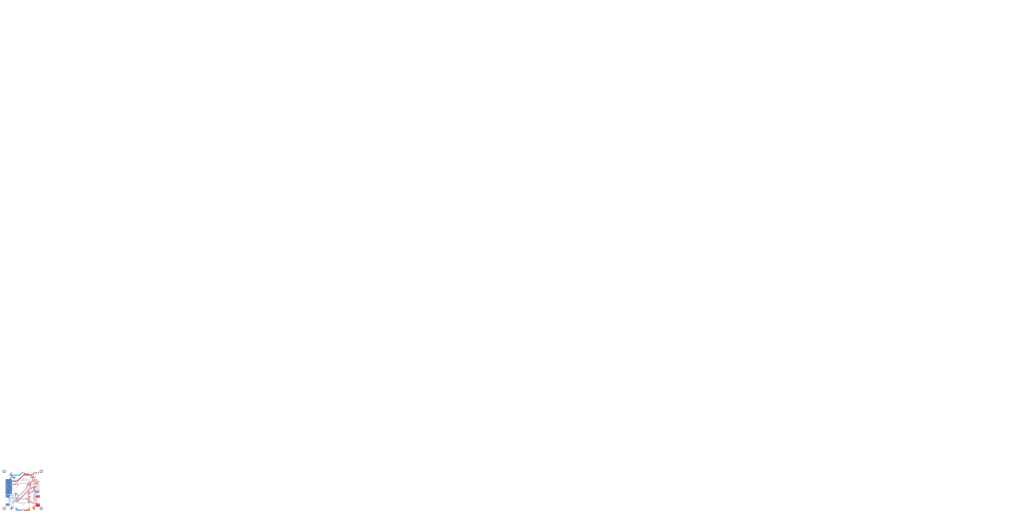
<source format=kicad_pcb>
(kicad_pcb (version 20240108) (generator "pcbnew") (generator_version "8.0")
  (layers (0 "F.Cu" signal) (1 "In1.Cu" signal) (2 "In2.Cu" signal) (31 "B.Cu" signal) (34 "B.Paste" user) (35 "F.Paste" user) (36 "B.SilkS" user "B.Silkscreen") (37 "F.SilkS" user "F.Silkscreen") (38 "B.Mask" user) (39 "F.Mask" user) (44 "Edge.Cuts" user))
  (net 0 "")
  (net 1 "NRST")
  (net 2 "GND")
  (net 3 "BOOT0")
  (net 4 "Net-(C3-Pad2)")
  (net 5 "VBUS")
  (net 6 "BOARD_LOAD_+")
  (net 7 "+3V3")
  (net 8 "Net-(D1-K)")
  (net 9 "/DEBUG_LED")
  (net 10 "SWCLK")
  (net 12 "CANH_UPSTREAM")
  (net 13 "SWDIO")
  (net 14 "CANL_UPSTREAM")
  (net 15 "SWO")
  (net 16 "SWCLK_CONTROL")
  (net 17 "CANH_DOWNSTREAM")
  (net 19 "SWDIO_CONTROL")
  (net 20 "CANL_DOWNSTREAM")
  (net 21 "BOOT0_CONTROL")
  (net 22 "SWO_CONTROL")
  (net 23 "NRST_CONTROL")
  (net 24 "Net-(J3-T_SWCLK)")
  (net 25 "Net-(J3-T_SWDIO)")
  (net 26 "Net-(J3-T_NRST)")
  (net 27 "BOARD_ID_PWR")
  (net 28 "Net-(JP1-B)")
  (net 29 "Net-(JP2-B)")
  (net 32 "Net-(JP5-B)")
  (net 33 "BOARD_ID_SENS")
  (net 34 "Net-(JP6-B)")
  (net 37 "Net-(JP9-B)")
  (net 38 "Net-(JP10-B)")
  (net 39 "Net-(JP12-B)")
  (net 40 "Net-(JP14-A)")
  (net 41 "Net-(BT2--)")
  (net 42 "Net-(BT3--)")
  (net 43 "Net-(BT4--)")
  (net 44 "Net-(U1-PB3)")
  (net 45 "Net-(U1-PB9)")
  (net 46 "Net-(U1-PB13)")
  (net 47 "Net-(U1-PB14)")
  (net 48 "Net-(U1-PB15)")
  (net 49 "/Batteries/B1+")
  (net 50 "/Batteries/B2+")
  (net 51 "/Batteries/B3+")
  (net 52 "/Batteries/B4+")
  (net 53 "/Gate_1")
  (net 54 "/Gate_2")
  (net 55 "/Gate_3")
  (net 56 "/Gate_4")
  (net 58 "Net-(U2-SLOW{slash}*ALERT)")
  (net 59 "Net-(U3-SLOW{slash}*ALERT)")
  (net 60 "I2C1_SDA")
  (net 61 "I2C1_SCL")
  (net 80 "CAN1_TX")
  (net 82 "CAN1_SILENT")
  (net 87 "CAN1_RX")
  (net 89 "CAN1_SHUTDOWN")
  (net 96 "Net-(BT1--)")
  (net 100 "VBATT")
  (net 101 "/Temp Sense")
  (net 102 "Net-(JP3-A)")
  (net 103 "Net-(JP7-A)")
  (net 104 "Net-(JP15-A)")
  (net 105 "Net-(JP18-A)")
  (net 106 "Net-(U5-LX2)")
  (net 107 "Net-(U5-LX1)")
  (net 108 "Net-(U5-CFG1)")
  (footprint "Package_TO_SOT_SMD:SOT-23" (layer "F.Cu") (at 165.1 115.697 180)
    (property "Reference" "Q3")
    (property "Value" "NMOS")
  )
  (footprint "footprints:TestPoint_Pad_D2.5mm" (layer "F.Cu") (at 174.244 50.8)
    (property "Reference" "TP4" (hide yes))
    (property "Value" "TestPoint_Probe" (hide yes))
  )
  (footprint "footprints:Nondescript_R_0402_1005Metric" (layer "F.Cu") (at 160.403 81.198 -90)
    (property "Reference" "R7" (hide yes))
    (property "Value" "33")
  )
  (footprint "footprints:Nondescript_C_0402_1005Metric" (layer "F.Cu") (at 156.972 90.424)
    (property "Reference" "C13" (hide yes))
    (property "Value" "1u")
  )
  (footprint "footprints:TestPoint_Pad_D2.5mm" (layer "F.Cu") (at 169.823 50.589 90)
    (property "Reference" "TP5" (hide yes))
    (property "Value" "TestPoint_Probe" (hide yes))
  )
  (footprint "Resistor_SMD:R_1206_3216Metric" (layer "F.Cu") (at 162.435 54.145)
    (property "Reference" "R12")
    (property "Value" "10m")
  )
  (footprint "footprints:Nondescript_R_0402_1005Metric" (layer "F.Cu") (at 166.259998 60.7744 180)
    (property "Reference" "R38" (hide yes))
    (property "Value" "9k31")
  )
  (footprint "footprints:Nondescript_C_0402_1005Metric" (layer "F.Cu") (at 164.975 64.813 90)
    (property "Reference" "C1" (hide yes))
    (property "Value" "100n")
  )
  (footprint "Resistor_SMD:R_1206_3216Metric" (layer "F.Cu") (at 154.561 53.891 90)
    (property "Reference" "R13")
    (property "Value" "10m")
  )
  (footprint "footprints:Nondescript_C_0402_1005Metric" (layer "F.Cu") (at 162.407 64.305)
    (property "Reference" "C9" (hide yes))
    (property "Value" "1u")
  )
  (footprint "footprints:Nondescript_C_0402_1005Metric" (layer "F.Cu") (at 162.407 65.321)
    (property "Reference" "C8" (hide yes))
    (property "Value" "100n")
  )
  (footprint "footprints:Nondescript_R_0402_1005Metric" (layer "F.Cu") (at 162.435 81.198 -90)
    (property "Reference" "R9" (hide yes))
    (property "Value" "33")
  )
  (footprint "footprints:Nondescript_R_0402_1005Metric" (layer "F.Cu") (at 156.847 108.12 90)
    (property "Reference" "RV2" (hide yes))
    (property "Value" "60")
  )
  (footprint "footprints:Nondescript_R_0402_1005Metric" (layer "F.Cu") (at 173.103 73.957)
    (property "Reference" "R4" (hide yes))
    (property "Value" "33")
  )
  (footprint "footprints:Nondescript_C_0402_1005Metric" (layer "F.Cu") (at 157.383 79.291 180)
    (property "Reference" "C6" (hide yes))
    (property "Value" "100n")
  )
  (footprint "footprints:Nondescript_R_0402_1005Metric" (layer "F.Cu") (at 173.101 69.766 -90)
    (property "Reference" "R6" (hide yes))
    (property "Value" "33")
  )
  (footprint "footprints:Nondescript_R_0402_1005Metric" (layer "F.Cu") (at 167.261 64.811 90)
    (property "Reference" "R36" (hide yes))
    (property "Value" "33")
  )
  (footprint "footprints:Nondescript_C_0402_1005Metric" (layer "F.Cu") (at 172.595 67.861 -90)
    (property "Reference" "C5" (hide yes))
    (property "Value" "1u")
  )
  (footprint "footprints:Nondescript_C_0402_1005Metric" (layer "F.Cu") (at 155.069 68.341 90)
    (property "Reference" "C10" (hide yes))
    (property "Value" "100n")
  )
  (footprint "footprints:BAT_1043" (layer "F.Cu") (at 142.219 86.783 90)
    (property "Reference" "BT2")
    (property "Value" "Battery_Cell")
  )
  (footprint "footprints:Nondescript_R_0402_1005Metric" (layer "F.Cu") (at 153.67 70.356 -90)
    (property "Reference" "R14" (hide yes))
    (property "Value" "10k")
  )
  (footprint "Jumper:SolderJumper-2_P1.3mm_Open_RoundedPad1.0x1.5mm" (layer "F.Cu") (at 154.561 105.283 180)
    (property "Reference" "JP12")
    (property "Value" "SolderJumper_2_Open")
  )
  (footprint "Jumper:SolderJumper-2_P1.3mm_Open_RoundedPad1.0x1.5mm" (layer "F.Cu") (at 166.497 119.238 -90)
    (property "Reference" "JP15")
    (property "Value" "SolderJumper_2_Open")
  )
  (footprint "Jumper:SolderJumper-2_P1.3mm_Open_RoundedPad1.0x1.5mm" (layer "F.Cu") (at 154.2565 122.997 -90)
    (property "Reference" "JP19")
    (property "Value" "SolderJumper_2_Open")
  )
  (footprint "footprints:BAT_1043" (layer "F.Cu") (at 121.03 86.81 90)
    (property "Reference" "BT1")
    (property "Value" "Battery_Cell")
  )
  (footprint "footprints:Nondescript_C_0402_1005Metric" (layer "F.Cu") (at 156.972 89.47)
    (property "Reference" "C12" (hide yes))
    (property "Value" "100n")
  )
  (footprint "Jumper:SolderJumper-2_P1.3mm_Open_RoundedPad1.0x1.5mm" (layer "F.Cu") (at 163.957 119.253 -90)
    (property "Reference" "JP17")
    (property "Value" "SolderJumper_2_Open")
  )
  (footprint "footprints:SOIC127P600X175-8N" (layer "F.Cu") (at 156.972 94.742 -90)
    (property "Reference" "U4")
    (property "Value" "TCAN330DR" (hide yes))
  )
  (footprint "footprints:QFN16" (layer "F.Cu") (at 162.520999 58.8567 90)
    (property "Reference" "U3")
    (property "Value" "PAC1934T-I/JQ")
  )
  (footprint "Jumper:SolderJumper-2_P1.3mm_Open_RoundedPad1.0x1.5mm" (layer "F.Cu") (at 154.546 107.866 180)
    (property "Reference" "JP14")
    (property "Value" "SolderJumper_2_Open")
  )
  (footprint "footprints:Nondescript_C_0402_1005Metric" (layer "F.Cu") (at 173.611 67.861 -90)
    (property "Reference" "C4" (hide yes))
    (property "Value" "100n")
  )
  (footprint "footprints:Nondescript_R_0402_1005Metric" (layer "F.Cu") (at 159.147998 60.2664 90)
    (property "Reference" "R26" (hide yes))
    (property "Value" "10k")
  )
  (footprint "footprints:Nondescript_R_0402_1005Metric" (layer "F.Cu") (at 169.293 80.264)
    (property "Reference" "R35" (hide yes))
    (property "Value" "33")
  )
  (footprint "footprints:Core_Board_Shape_Space_Invader_2" (layer "F.Cu") (at 102.306 125.4982)
    (property "Reference" "PCB1" (hide yes))
    (property "Value" "~" (hide yes))
    (fp_line (start 0 -68.01) (end 0 -77.5) (stroke (width 0.05)) (layer "Edge.Cuts"))
    (fp_line (start 0 -8.26) (end 0 -5) (stroke (width 0.05)) (layer "Edge.Cuts"))
    (fp_line (start 2 -66.01) (end 5.5 -66.01) (stroke (width 0.05)) (layer "Edge.Cuts"))
    (fp_line (start 5.5 -10.26) (end 2 -10.26) (stroke (width 0.05)) (layer "Edge.Cuts"))
    (fp_line (start 7.5 -64.01) (end 7.5 -12.26) (stroke (width 0.05)) (layer "Edge.Cuts"))
    (fp_line (start 20.5 -82.5) (end 5 -82.5) (stroke (width 0.05)) (layer "Edge.Cuts"))
    (fp_line (start 22.5 -79.474214) (end 22.5 -80.5) (stroke (width 0.05)) (layer "Edge.Cuts"))
    (fp_line (start 58 -77.474214) (end 24.5 -77.474214) (stroke (width 0.05)) (layer "Edge.Cuts"))
    (fp_line (start 60 -80.5) (end 60 -79.474214) (stroke (width 0.05)) (layer "Edge.Cuts"))
    (fp_line (start 62 -82.5) (end 77.5 -82.5) (stroke (width 0.05)) (layer "Edge.Cuts"))
    (fp_line (start 75 -12.25) (end 75 -64) (stroke (width 0.05)) (layer "Edge.Cuts"))
    (fp_line (start 77 -66) (end 80.5 -66) (stroke (width 0.05)) (layer "Edge.Cuts"))
    (fp_line (start 77.5 0) (end 5 0) (stroke (width 0.05)) (layer "Edge.Cuts"))
    (fp_line (start 80.5 -10.25) (end 77 -10.25) (stroke (width 0.05)) (layer "Edge.Cuts"))
    (fp_line (start 82.5 -68) (end 82.5 -77.5) (stroke (width 0.05)) (layer "Edge.Cuts"))
    (fp_line (start 82.5 -8.25) (end 82.5 -5) (stroke (width 0.05)) (layer "Edge.Cuts"))
    (fp_arc (start 0 -77.5) (mid 1.464466 -81.035534) (end 5 -82.5) (stroke (width 0.05)) (layer "Edge.Cuts"))
    (fp_arc (start 0 -8.26) (mid 0.585786 -9.674214) (end 2 -10.26) (stroke (width 0.05)) (layer "Edge.Cuts"))
    (fp_arc (start 2 -66.01) (mid 0.585786 -66.595786) (end 0 -68.01) (stroke (width 0.05)) (layer "Edge.Cuts"))
    (fp_arc (start 5 0) (mid 1.464466 -1.464466) (end 0 -5) (stroke (width 0.05)) (layer "Edge.Cuts"))
    (fp_arc (start 5.5 -66.01) (mid 6.914214 -65.424214) (end 7.5 -64.01) (stroke (width 0.05)) (layer "Edge.Cuts"))
    (fp_arc (start 7.5 -12.26) (mid 6.914214 -10.845786) (end 5.5 -10.26) (stroke (width 0.05)) (layer "Edge.Cuts"))
    (fp_arc (start 20.5 -82.5) (mid 21.914214 -81.914214) (end 22.5 -80.5) (stroke (width 0.05)) (layer "Edge.Cuts"))
    (fp_arc (start 24.5 -77.474214) (mid 23.085791 -78.060001) (end 22.5 -79.474214) (stroke (width 0.05)) (layer "Edge.Cuts"))
    (fp_arc (start 60 -80.5) (mid 60.585786 -81.914214) (end 62 -82.5) (stroke (width 0.05)) (layer "Edge.Cuts"))
    (fp_arc (start 60 -79.474214) (mid 59.414219 -78.059991) (end 58 -77.474214) (stroke (width 0.05)) (layer "Edge.Cuts"))
    (fp_arc (start 75 -64) (mid 75.585786 -65.414214) (end 77 -66) (stroke (width 0.05)) (layer "Edge.Cuts"))
    (fp_arc (start 77 -10.25) (mid 75.585786 -10.835786) (end 75 -12.25) (stroke (width 0.05)) (layer "Edge.Cuts"))
    (fp_arc (start 77.5 -82.5) (mid 81.035534 -81.035534) (end 82.5 -77.5) (stroke (width 0.05)) (layer "Edge.Cuts"))
    (fp_arc (start 80.5 -10.25) (mid 81.914214 -9.664214) (end 82.5 -8.25) (stroke (width 0.05)) (layer "Edge.Cuts"))
    (fp_arc (start 82.5 -68) (mid 81.914214 -66.585786) (end 80.5 -66) (stroke (width 0.05)) (layer "Edge.Cuts"))
    (fp_arc (start 82.5 -5) (mid 81.035534 -1.464466) (end 77.5 0) (stroke (width 0.05)) (layer "Edge.Cuts"))
  )
  (footprint "footprints:Nondescript_C_0402_1005Metric" (layer "F.Cu") (at 173.103 72.179)
    (property "Reference" "C2" (hide yes))
    (property "Value" "100n")
  )
  (footprint "footprints:Nondescript_R_0402_1005Metric" (layer "F.Cu") (at 173.103 71.163)
    (property "Reference" "R2" (hide yes))
    (property "Value" "9k31")
  )
  (footprint "footprints:Nondescript_R_0402_1005Metric" (layer "F.Cu") (at 172.851 77.005)
    (property "Reference" "R37" (hide yes))
    (property "Value" "33")
  )
  (footprint "Jumper:SolderJumper-2_P1.3mm_Open_RoundedPad1.0x1.5mm" (layer "F.Cu") (at 156.7965 122.997 -90)
    (property "Reference" "JP18")
    (property "Value" "SolderJumper_2_Open")
  )
  (footprint "footprints:Double-Sided_Tag-Connect_TC2030-IDC-NL_2x03_P1.27mm_Vertical" (layer "F.Cu") (at 171.833 88.054 90)
    (property "Reference" "J3")
    (property "Value" "STLINK")
  )
  (footprint "footprints:Nondescript_C_0402_1005Metric" (layer "F.Cu") (at 157.383 78.275 180)
    (property "Reference" "C7" (hide yes))
    (property "Value" "1u")
  )
  (footprint "footprints:Nondescript_R_0402_1005Metric" (layer "F.Cu") (at 166.259998 59.7584 180)
    (property "Reference" "R39" (hide yes))
    (property "Value" "9k31")
  )
  (footprint "footprints:Nondescript_R_0402_1005Metric" (layer "F.Cu") (at 154.051 74.422)
    (property "Reference" "R21" (hide yes))
    (property "Value" "10k")
  )
  (footprint "footprints:Nondescript_R_0402_1005Metric" (layer "F.Cu") (at 166.245 64.815 -90)
    (property "Reference" "R1" (hide yes))
    (property "Value" "9k31")
  )
  (footprint "footprints:Nondescript_R_0402_1005Metric" (layer "F.Cu") (at 161.419 81.198 -90)
    (property "Reference" "R8" (hide yes))
    (property "Value" "33")
  )
  (footprint "Jumper:SolderJumper-2_P1.3mm_Open_RoundedPad1.0x1.5mm" (layer "F.Cu") (at 154.559 102.743 180)
    (property "Reference" "JP10")
    (property "Value" "SolderJumper_2_Open")
  )
  (footprint "footprints:Nondescript_R_0402_1005Metric" (layer "F.Cu") (at 154.051 73.406)
    (property "Reference" "R20" (hide yes))
    (property "Value" "10k")
  )
  (footprint "footprints:Nondescript_C_0402_1005Metric" (layer "F.Cu") (at 156.085 68.341 90)
    (property "Reference" "C11" (hide yes))
    (property "Value" "1u")
  )
  (footprint "footprints:Nondescript_R_0402_1005Metric" (layer "F.Cu") (at 154.049 75.438)
    (property "Reference" "R23" (hide yes))
    (property "Value" "10k")
  )
  (footprint "footprints:Bus Connector (Target)" (layer "F.Cu") (at 173.7 105.199 -90)
    (property "Reference" "J1")
    (property "Value" "Molex_504050-1291" (hide yes))
  )
  (footprint "footprints:Nondescript_R_0402_1005Metric" (layer "F.Cu") (at 169.293 79.291 180)
    (property "Reference" "R3" (hide yes))
    (property "Value" "9k31")
  )
  (footprint "footprints:Nondescript_R_0402_1005Metric" (layer "F.Cu") (at 131.574 78.275 -90)
    (property "Reference" "TH1" (hide yes))
    (property "Value" "10k NTC")
  )
  (footprint "footprints:Nondescript_C_0402_1005Metric" (layer "F.Cu") (at 157.863 108.712 90)
    (property "Reference" "C3" (hide yes))
    (property "Value" "100n")
  )
  (footprint "footprints:Nondescript_R_0402_1005Metric" (layer "F.Cu") (at 170.057 64.559)
    (property "Reference" "R5" (hide yes))
    (property "Value" "33")
  )
  (footprint "LED_SMD:LED_0603_1608Metric" (layer "F.Cu") (at 170.563 66.591 -90)
    (property "Reference" "D1")
    (property "Value" "Blue LED")
  )
  (footprint "Package_QFP:LQFP-64_10x10mm_P0.5mm" (layer "F.Cu") (at 164.213 73.195 -90)
    (property "Reference" "U1")
    (property "Value" "STM32L452RCTx")
  )
  (footprint "Package_TO_SOT_SMD:SOT-23" (layer "F.Cu") (at 155.5265 119.568 180)
    (property "Reference" "Q4")
    (property "Value" "NMOS")
  )
  (footprint "footprints:Nondescript_R_0402_1005Metric" (layer "F.Cu") (at 154.051 76.454)
    (property "Reference" "R22" (hide yes))
    (property "Value" "10k")
  )
  (footprint "Jumper:SolderJumper-2_P1.3mm_Open_RoundedPad1.0x1.5mm" (layer "B.Cu") (at 120.4 92.583 -90)
    (property "Reference" "JP16")
    (property "Value" "SolderJumper_2_Open")
  )
  (footprint "footprints:Nondescript_R_0603_1608Metric" (layer "B.Cu") (at 126.496 91.631 90)
    (property "Reference" "R15" (hide yes))
    (property "Value" "36k5")
  )
  (footprint "Jumper:SolderJumper-2_P1.3mm_Open_RoundedPad1.0x1.5mm" (layer "B.Cu") (at 132.715 102.913 180)
    (property "Reference" "JP11")
    (property "Value" "SolderJumper_2_Open")
  )
  (footprint "footprints:Nondescript_C_0603_1608Metric" (layer "B.Cu") (at 129.277 90.424 180)
    (property "Reference" "C17" (hide yes))
    (property "Value" "22u")
  )
  (footprint "Resistor_SMD:R_1206_3216Metric" (layer "B.Cu") (at 125.4085 55.499)
    (property "Reference" "R11")
    (property "Value" "10m")
  )
  (footprint "Jumper:SolderJumper-2_P1.3mm_Open_RoundedPad1.0x1.5mm" (layer "B.Cu") (at 121.031 119.746 -90)
    (property "Reference" "JP3")
    (property "Value" "SolderJumper_2_Open")
  )
  (footprint "footprints:TestPoint_Pad_D2.5mm" (layer "B.Cu") (at 126.113 73.66 -90)
    (property "Reference" "TP2" (hide yes))
    (property "Value" "TestPoint_Probe" (hide yes))
  )
  (footprint "Jumper:SolderJumper-2_P1.3mm_Open_RoundedPad1.0x1.5mm" (layer "B.Cu") (at 132.717 67.211 -90)
    (property "Reference" "JP2")
    (property "Value" "SolderJumper_2_Open")
  )
  (footprint "footprints:Nondescript_R_0402_1005Metric" (layer "B.Cu") (at 130.177 58.209 -90)
    (property "Reference" "R25" (hide yes))
    (property "Value" "10k")
  )
  (footprint "Jumper:SolderJumper-2_P1.3mm_Open_RoundedPad1.0x1.5mm" (layer "B.Cu") (at 132.723 73.623 90)
    (property "Reference" "JP6")
    (property "Value" "SolderJumper_2_Open")
  )
  (footprint "Jumper:SolderJumper-2_P1.3mm_Open_RoundedPad1.0x1.5mm" (layer "B.Cu") (at 132.715 100.373 180)
    (property "Reference" "JP13")
    (property "Value" "SolderJumper_2_Open")
  )
  (footprint "footprints:QFN16" (layer "B.Cu") (at 126.367 60.366 180)
    (property "Reference" "U2")
    (property "Value" "PAC1934T-I/JQ")
  )
  (footprint "footprints:BAT_1043" (layer "B.Cu") (at 145.2 86.783 90)
    (property "Reference" "BT4")
    (property "Value" "Battery_Cell")
  )
  (footprint "footprints:Nondescript_C_0402_1005Metric" (layer "B.Cu") (at 129.036 97.79 180)
    (property "Reference" "C14" (hide yes))
    (property "Value" "10u")
  )
  (footprint "Jumper:SolderJumper-2_P1.3mm_Open_RoundedPad1.0x1.5mm" (layer "B.Cu") (at 129.167 67.211 -90)
    (property "Reference" "JP1")
    (property "Value" "SolderJumper_2_Open")
  )
  (footprint "Jumper:SolderJumper-2_P1.3mm_Open_RoundedPad1.0x1.5mm" (layer "B.Cu") (at 133.207 122.794 -90)
    (property "Reference" "JP8")
    (property "Value" "SolderJumper_2_Open")
  )
  (footprint "footprints:Nondescript_R_0402_1005Metric" (layer "B.Cu") (at 133.485 70.429 90)
    (property "Reference" "R30" (hide yes))
    (property "Value" "23k3")
  )
  (footprint "footprints:Molex_504050-0491" (layer "B.Cu") (at 114.039 77.796 -90)
    (property "Reference" "J5")
    (property "Value" "Molex_504050-0491" (hide yes))
  )
  (footprint "Package_SON:WSON-10-1EP_2.5x2.5mm_P0.5mm_EP1.2x2mm" (layer "B.Cu") (at 129.3475 92.702)
    (property "Reference" "U5")
    (property "Value" "TPS63900")
  )
  (footprint "footprints:Nondescript_R_0402_1005Metric" (layer "B.Cu") (at 131.961 70.433 -90)
    (property "Reference" "R29" (hide yes))
    (property "Value" "1k58")
  )
  (footprint "Package_TO_SOT_SMD:SOT-23" (layer "B.Cu") (at 132.1125 119.238)
    (property "Reference" "Q2")
    (property "Value" "NMOS")
  )
  (footprint "Resistor_SMD:R_1206_3216Metric" (layer "B.Cu") (at 119.888 55.499 180)
    (property "Reference" "R10")
    (property "Value" "10m")
  )
  (footprint "Jumper:SolderJumper-2_P1.3mm_Open_RoundedPad1.0x1.5mm" (layer "B.Cu") (at 129.161 73.6496 90)
    (property "Reference" "JP5")
    (property "Value" "SolderJumper_2_Open")
  )
  (footprint "Package_TO_SOT_SMD:SOT-23" (layer "B.Cu") (at 122.6335 116.19)
    (property "Reference" "Q1")
    (property "Value" "NMOS")
  )
  (footprint "footprints:TestPoint_Pad_D2.5mm" (layer "B.Cu") (at 123.825 96.012 180)
    (property "Reference" "TP3" (hide yes))
    (property "Value" "TestPoint_Probe" (hide yes))
  )
  (footprint "footprints:Nondescript_C_0603_1608Metric" (layer "B.Cu") (at 129.023 96.52 180)
    (property "Reference" "C16" (hide yes))
    (property "Value" "10u")
  )
  (footprint "Jumper:SolderJumper-2_P1.3mm_Open_RoundedPad1.0x1.5mm" (layer "B.Cu") (at 123.698 119.746 -90)
    (property "Reference" "JP4")
    (property "Value" "SolderJumper_2_Open")
  )
  (footprint "footprints:Nondescript_R_0402_1005Metric" (layer "B.Cu") (at 129.929 70.429 90)
    (property "Reference" "R28" (hide yes))
    (property "Value" "1k58")
  )
  (footprint "footprints:Nondescript_R_0402_1005Metric" (layer "B.Cu") (at 128.405 70.433 -90)
    (property "Reference" "R27" (hide yes))
    (property "Value" "23k3")
  )
  (footprint "footprints:Nondescript_R_0402_1005Metric" (layer "B.Cu") (at 133.1 90.79 90)
    (property "Reference" "R19" (hide yes))
    (property "Value" "10m")
  )
  (footprint "footprints:TestPoint_Pad_D2.5mm" (layer "B.Cu") (at 126.113 67.099 -90)
    (property "Reference" "TP1" (hide yes))
    (property "Value" "TestPoint_Probe" (hide yes))
  )
  (footprint "footprints:Nondescript_R_0402_1005Metric" (layer "B.Cu") (at 132.715 107.358)
    (property "Reference" "RV1" (hide yes))
    (property "Value" "60")
  )
  (footprint "footprints:Bus Connector (Control)" (layer "B.Cu") (at 113.35 105.1926 -90)
    (property "Reference" "J2")
    (property "Value" "Molex_504050-1291" (hide yes))
  )
  (footprint "footprints:BAT_1043" (layer "B.Cu") (at 166.499 86.783 90)
    (property "Reference" "BT3")
    (property "Value" "Battery_Cell")
  )
  (footprint "Jumper:SolderJumper-2_P1.3mm_Open_RoundedPad1.0x1.5mm" (layer "B.Cu") (at 132.715 105.453 180)
    (property "Reference" "JP9")
    (property "Value" "SolderJumper_2_Open")
  )
  (footprint "Inductor_SMD:L_1008_2520Metric" (layer "B.Cu") (at 133.1 93.785 -90)
    (property "Reference" "L1")
    (property "Value" "2.2uH")
  )
  (footprint "footprints:Nondescript_C_0603_1608Metric" (layer "B.Cu") (at 129.023 95.026 180)
    (property "Reference" "C15" (hide yes))
    (property "Value" "22u")
  )
  (footprint "Jumper:SolderJumper-2_P1.3mm_Open_RoundedPad1.0x1.5mm" (layer "B.Cu") (at 130.667 122.824 -90)
    (property "Reference" "JP7")
    (property "Value" "SolderJumper_2_Open")
  )
  (segment (start 165.007 65.325) (end 164.975 65.293) (width 0.3) (layer "F.Cu") (net 1))
  (segment (start 164.975 65.293) (end 164.963 65.305) (width 0.3) (layer "F.Cu") (net 1))
  (segment (start 164.963 76.845) (end 164.963 67.52) (width 0.3) (layer "F.Cu") (net 1))
  (segment (start 167.211 102.949) (end 170.65 102.949) (width 0.3) (layer "F.Cu") (net 1))
  (segment (start 164.963 65.305) (end 164.963 67.52) (width 0.3) (layer "F.Cu") (net 1))
  (segment (start 164.846 100.584) (end 167.211 102.949) (width 0.3) (layer "F.Cu") (net 1))
  (segment (start 166.249 65.321) (end 166.245 65.325) (width 0.3) (layer "F.Cu") (net 1))
  (segment (start 167.261 65.321) (end 166.249 65.321) (width 0.3) (layer "F.Cu") (net 1))
  (segment (start 166.245 65.325) (end 165.007 65.325) (width 0.3) (layer "F.Cu") (net 1))
  (segment (start 164.846 76.962) (end 164.963 76.845) (width 0.3) (layer "F.Cu") (net 1))
  (via (at 164.846 100.584) (size 0.55) (drill 0.35) (layers "F.Cu" "B.Cu") (net 1))
  (via (at 164.846 76.962) (size 0.55) (drill 0.35) (layers "F.Cu" "B.Cu") (net 1))
  (segment (start 164.465 77.343) (end 164.846 76.962) (width 0.3) (layer "B.Cu") (net 1))
  (segment (start 164.465 100.203) (end 164.465 77.343) (width 0.3) (layer "B.Cu") (net 1))
  (segment (start 164.846 100.584) (end 164.465 100.203) (width 0.3) (layer "B.Cu") (net 1))
  (segment (start 162.463 66.64188) (end 162.463 67.52) (width 0.3) (layer "F.Cu") (net 2))
  (segment (start 160.463 68.39812) (end 161.27988 69.215) (width 0.3) (layer "F.Cu") (net 2))
  (segment (start 170.76612 69.945) (end 169.888 69.945) (width 0.3) (layer "F.Cu") (net 2))
  (segment (start 162.846 63.767) (end 162.846 60.749) (width 0.3) (layer "F.Cu") (net 2))
  (segment (start 161.64612 69.215) (end 161.544 69.215) (width 0.3) (layer "F.Cu") (net 2))
  (segment (start 162 118.4) (end 162.6 118.4) (width 0.5) (layer "F.Cu") (net 2))
  (segment (start 157.452 89.47) (end 157.452 90.424) (width 0.3) (layer "F.Cu") (net 2))
  (segment (start 156.845 69.13012) (end 156.845 68.574154) (width 0.3) (layer "F.Cu") (net 2))
  (segment (start 162.6 119) (end 162 119) (width 0.5) (layer "F.Cu") (net 2))
  (segment (start 163.754 118.4) (end 163.957 118.603) (width 0.5) (layer "F.Cu") (net 2))
  (segment (start 173.611 68.341) (end 173.609 68.341) (width 0.3) (layer "F.Cu") (net 2))
  (segment (start 158.538 69.945) (end 160.814 69.945) (width 0.3) (layer "F.Cu") (net 2))
  (segment (start 153.053 122.347) (end 152.7 122.7) (width 0.5) (layer "F.Cu") (net 2))
  (segment (start 156.131846 67.861) (end 156.085 67.861) (width 0.3) (layer "F.Cu") (net 2))
  (segment (start 162.6 118.4) (end 162.6 119) (width 0.5) (layer "F.Cu") (net 2))
  (segment (start 152.1 122.1) (end 152.7 122.1) (width 0.5) (layer "F.Cu") (net 2))
  (segment (start 157.452 90.424) (end 157.452 91.876) (width 0.3) (layer "F.Cu") (net 2))
  (segment (start 162.463 68.39812) (end 161.64612 69.215) (width 0.3) (layer "F.Cu") (net 2))
  (segment (start 163.957 118.603) (end 162.803 118.603) (width 0.5) (layer "F.Cu") (net 2))
  (segment (start 162.463 67.52) (end 162.463 68.39812) (width 0.3) (layer "F.Cu") (net 2))
  (segment (start 167.463 78.87) (end 167.463 77.99188) (width 0.3) (layer "F.Cu") (net 2))
  (segment (start 167.70988 77.745) (end 169.947 77.745) (width 0.3) (layer "F.Cu") (net 2))
  (segment (start 154.2565 122.347) (end 152.947 122.347) (width 0.5) (layer "F.Cu") (net 2))
  (segment (start 169.947 77.745) (end 170.434 78.232) (width 0.3) (layer "F.Cu") (net 2))
  (segment (start 156.903 79.248) (end 156.903 78.275) (width 0.3) (layer "F.Cu") (net 2))
  (segment (start 162 119) (end 162 118.4) (width 0.5) (layer "F.Cu") (net 2))
  (segment (start 162.915 64.333) (end 162.887 64.305) (width 0.3) (layer "F.Cu") (net 2))
  (segment (start 158.538 69.945) (end 157.65988 69.945) (width 0.3) (layer "F.Cu") (net 2))
  (segment (start 161.27988 69.215) (end 161.544 69.215) (width 0.3) (layer "F.Cu") (net 2))
  (segment (start 173.771 71.005) (end 173.771 68.501) (width 0.3) (layer "F.Cu") (net 2))
  (segment (start 162.6 119) (end 162.997 118.603) (width 0.5) (layer "F.Cu") (net 2))
  (segment (start 172.595 68.341) (end 172.37012 68.341) (width 0.3) (layer "F.Cu") (net 2))
  (segment (start 156.085 67.861) (end 155.069 67.861) (width 0.3) (layer "F.Cu") (net 2))
  (segment (start 157.65988 76.445) (end 158.538 76.445) (width 0.3) (layer "F.Cu") (net 2))
  (segment (start 173.583 71.193) (end 173.613 71.163) (width 0.3) (layer "F.Cu") (net 2))
  (segment (start 160.814 69.945) (end 161.544 69.215) (width 0.3) (layer "F.Cu") (net 2))
  (segment (start 173.613 71.163) (end 173.771 71.005) (width 0.3) (layer "F.Cu") (net 2))
  (segment (start 162.887 66.21788) (end 162.463 66.64188) (width 0.3) (layer "F.Cu") (net 2))
  (segment (start 162 118.4) (end 162.6 119) (width 0.5) (layer "F.Cu") (net 2))
  (segment (start 156.845 68.574154) (end 156.131846 67.861) (width 0.3) (layer "F.Cu") (net 2))
  (segment (start 154.2565 122.347) (end 153.053 122.347) (width 0.5) (layer "F.Cu") (net 2))
  (segment (start 156.903 77.20188) (end 157.65988 76.445) (width 0.3) (layer "F.Cu") (net 2))
  (segment (start 156.903 78.275) (end 156.903 77.20188) (width 0.3) (layer "F.Cu") (net 2))
  (segment (start 164.975 64.333) (end 162.915 64.333) (width 0.3) (layer "F.Cu") (net 2))
  (segment (start 156.903 79.291) (end 156.903 79.248) (width 0.3) (layer "F.Cu") (net 2))
  (segment (start 162.887 63.808) (end 162.846 63.767) (width 0.3) (layer "F.Cu") (net 2))
  (segment (start 157.452 91.876) (end 157.607 92.031) (width 0.3) (layer "F.Cu") (net 2))
  (segment (start 160.463 67.52) (end 160.463 68.39812) (width 0.3) (layer "F.Cu") (net 2))
  (segment (start 162.803 118.603) (end 162.6 118.4) (width 0.5) (layer "F.Cu") (net 2))
  (segment (start 162.887 64.305) (end 162.887 65.321) (width 0.3) (layer "F.Cu") (net 2))
  (segment (start 157.65988 69.945) (end 156.845 69.13012) (width 0.3) (layer "F.Cu") (net 2))
  (segment (start 173.771 68.501) (end 173.611 68.341) (width 0.3) (layer "F.Cu") (net 2))
  (segment (start 172.37012 68.341) (end 170.76612 69.945) (width 0.3) (layer "F.Cu") (net 2))
  (segment (start 162.997 118.603) (end 163.957 118.603) (width 0.5) (layer "F.Cu") (net 2))
  (segment (start 167.463 77.99188) (end 167.70988 77.745) (width 0.3) (layer "F.Cu") (net 2))
  (segment (start 162.887 65.321) (end 162.887 66.21788) (width 0.3) (layer "F.Cu") (net 2))
  (segment (start 152.7 122.1) (end 152.7 122.7) (width 0.5) (layer "F.Cu") (net 2))
  (segment (start 162.887 64.305) (end 162.887 63.808) (width 0.3) (layer "F.Cu") (net 2))
  (segment (start 173.609 68.341) (end 172.595 68.341) (width 0.3) (layer "F.Cu") (net 2))
  (segment (start 152.947 122.347) (end 152.7 122.1) (width 0.5) (layer "F.Cu") (net 2))
  (segment (start 152.1 122.7) (end 152.1 122.1) (width 0.5) (layer "F.Cu") (net 2))
  (segment (start 152.1 122.1) (end 152.7 122.7) (width 0.5) (layer "F.Cu") (net 2))
  (segment (start 173.583 72.179) (end 173.583 71.193) (width 0.3) (layer "F.Cu") (net 2))
  (segment (start 152.7 122.7) (end 152.1 122.7) (width 0.5) (layer "F.Cu") (net 2))
  (via (at 169.418 116.205) (size 0.55) (drill 0.35) (layers "F.Cu" "B.Cu") (net 2))
  (via (at 174.625 112.141) (size 0.55) (drill 0.35) (layers "F.Cu" "B.Cu") (net 2))
  (via (at 114.427 94.361) (size 0.55) (drill 0.35) (layers "F.Cu" "B.Cu") (net 2))
  (via (at 172.974 114.808) (size 0.55) (drill 0.35) (layers "F.Cu" "B.Cu") (net 2))
  (via (at 171.177 113.5614) (size 0.55) (drill 0.35) (layers "F.Cu" "B.Cu") (net 2))
  (via (at 125.8 118.8) (size 0.55) (drill 0.35) (layers "F.Cu" "B.Cu") (net 2))
  (via (at 111.9 73) (size 0.55) (drill 0.35) (layers "F.Cu" "B.Cu") (net 2))
  (via (at 172.955 113.5614) (size 0.55) (drill 0.35) (layers "F.Cu" "B.Cu") (net 2))
  (via (at 157.452 89.47) (size 0.55) (drill 0.35) (layers "F.Cu" "B.Cu") (net 2))
  (via (at 154.589 119.568) (size 0.55) (drill 0.35) (layers "F.Cu" "B.Cu") (net 2))
  (via (at 111.2 94.3376) (size 0.55) (drill 0.35) (layers "F.Cu" "B.Cu") (net 2))
  (via (at 112.649 94.361) (size 0.55) (drill 0.35) (layers "F.Cu" "B.Cu") (net 2))
  (via (at 111.887 82.677) (size 0.55) (drill 0.35) (layers "F.Cu" "B.Cu") (net 2))
  (via (at 174.625 114.808) (size 0.55) (drill 0.35) (layers "F.Cu" "B.Cu") (net 2))
  (via (at 169.437 114.7846) (size 0.55) (drill 0.35) (layers "F.Cu" "B.Cu") (net 2))
  (via (at 161.544 69.215) (size 0.55) (drill 0.35) (layers "F.Cu" "B.Cu") (net 2))
  (via (at 129.3475 92.702) (size 0.55) (drill 0.35) (layers "F.Cu" "B.Cu") (net 2))
  (via (at 133.05 119.238) (size 0.55) (drill 0.35) (layers "F.Cu" "B.Cu") (net 2))
  (via (at 112.63 98.4484) (size 0.55) (drill 0.35) (layers "F.Cu" "B.Cu") (net 2))
  (via (at 176.022 113.538) (size 0.55) (drill 0.35) (layers "F.Cu" "B.Cu") (net 2))
  (via (at 125.2 118.8) (size 0.55) (drill 0.35) (layers "F.Cu" "B.Cu") (net 2))
  (via (at 176.2 94.4) (size 0.55) (drill 0.35) (layers "F.Cu" "B.Cu") (net 2))
  (via (at 162 118.4) (size 0.55) (drill 0.35) (layers "F.Cu" "B.Cu") (net 2))
  (via (at 174.606 113.5614) (size 0.55) (drill 0.35) (layers "F.Cu" "B.Cu") (net 2))
  (via (at 129.159 60.706) (size 0.55) (drill 0.35) (layers "F.Cu" "B.Cu") (net 2))
  (via (at 173.609 68.341) (size 0.55) (drill 0.35) (layers "F.Cu" "B.Cu") (net 2))
  (via (at 129.929 69.919) (size 0.55) (drill 0.35) (layers "F.Cu" "B.Cu") (net 2))
  (via (at 116.078 94.361) (size 0.55) (drill 0.35) (layers "F.Cu" "B.Cu") (net 2))
  (via (at 152.1 122.1) (size 0.55) (drill 0.35) (layers "F.Cu" "B.Cu") (net 2))
  (via (at 162.6 118.4) (size 0.55) (drill 0.35) (layers "F.Cu" "B.Cu") (net 2))
  (via (at 110.871 95.758) (size 0.55) (drill 0.35) (layers "F.Cu" "B.Cu") (net 2))
  (via (at 152.7 122.7) (size 0.55) (drill 0.35) (layers "F.Cu" "B.Cu") (net 2))
  (via (at 176.022 116.205) (size 0.55) (drill 0.35) (layers "F.Cu" "B.Cu") (net 2))
  (via (at 112.63 95.7814) (size 0.55) (drill 0.35) (layers "F.Cu" "B.Cu") (net 2))
  (via (at 112.649 97.028) (size 0.55) (drill 0.35) (layers "F.Cu" "B.Cu") (net 2))
  (via (at 162 119) (size 0.55) (drill 0.35) (layers "F.Cu" "B.Cu") (net 2))
  (via (at 114.427 97.028) (size 0.55) (drill 0.35) (layers "F.Cu" "B.Cu") (net 2))
  (via (at 117.475 98.425) (size 0.55) (drill 0.35) (layers "F.Cu" "B.Cu") (net 2))
  (via (at 116.059 95.7814) (size 0.55) (drill 0.35) (layers "F.Cu" "B.Cu") (net 2))
  (via (at 171.196 112.141) (size 0.55) (drill 0.35) (layers "F.Cu" "B.Cu") (net 2))
  (via (at 169.418 113.538) (size 0.55) (drill 0.35) (layers "F.Cu" "B.Cu") (net 2))
  (via (at 156.903 79.248) (size 0.55) (drill 0.35) (layers "F.Cu" "B.Cu") (net 2))
  (via (at 110.871 98.425) (size 0.55) (drill 0.35) (layers "F.Cu" "B.Cu") (net 2))
  (via (at 134.8 122.5) (size 0.55) (drill 0.35) (layers "F.Cu" "B.Cu") (net 2))
  (via (at 172.974 112.141) (size 0.55) (drill 0.35) (layers "F.Cu" "B.Cu") (net 2))
  (via (at 134.8 121.9) (size 0.55) (drill 0.35) (layers "F.Cu" "B.Cu") (net 2))
  (via (at 170.567 64.559) (size 0.55) (drill 0.35) (layers "F.Cu" "B.Cu") (net 2))
  (via (at 152.1 122.7) (size 0.55) (drill 0.35) (layers "F.Cu" "B.Cu") (net 2))
  (via (at 152.7 122.1) (size 0.55) (drill 0.35) (layers "F.Cu" "B.Cu") (net 2))
  (via (at 114.408 95.7814) (size 0.55) (drill 0.35) (layers "F.Cu" "B.Cu") (net 2))
  (via (at 117.475 94.361) (size 0.55) (drill 0.35) (layers "F.Cu" "B.Cu") (net 2))
  (via (at 125.8 119.4) (size 0.55) (drill 0.35) (layers "F.Cu" "B.Cu") (net 2))
  (via (at 111.2 116.1) (size 0.55) (drill 0.35) (layers "F.Cu" "B.Cu") (net 2))
  (via (at 116.059 98.4484) (size 0.55) (drill 0.35) (layers "F.Cu" "B.Cu") (net 2))
  (via (at 110.89 97.0046) (size 0.55) (drill 0.35) (layers "F.Cu" "B.Cu") (net 2))
  (via (at 123.571 116.19) (size 0.55) (drill 0.35) (layers "F.Cu" "B.Cu") (net 2))
  (via (at 171.177 116.2284) (size 0.55) (drill 0.35) (layers "F.Cu" "B.Cu") (net 2))
  (via (at 176.022 114.808) (size 0.55) (drill 0.35) (layers "F.Cu" "B.Cu") (net 2))
  (via (at 126.746 63.246) (size 0.55) (drill 0.35) (layers "F.Cu" "B.Cu") (net 2))
  (via (at 171.196 114.808) (size 0.55) (drill 0.35) (layers "F.Cu" "B.Cu") (net 2))
  (via (at 174.606 116.2284) (size 0.55) (drill 0.35) (layers "F.Cu" "B.Cu") (net 2))
  (via (at 170.434 78.232) (size 0.55) (drill 0.35) (layers "F.Cu" "B.Cu") (net 2))
  (via (at 135.4 121.9) (size 0.55) (drill 0.35) (layers "F.Cu" "B.Cu") (net 2))
  (via (at 125.2 119.4) (size 0.55) (drill 0.35) (layers "F.Cu" "B.Cu") (net 2))
  (via (at 128.248 95.026) (size 0.55) (drill 0.35) (layers "F.Cu" "B.Cu") (net 2))
  (via (at 117.475 95.758) (size 0.55) (drill 0.35) (layers "F.Cu" "B.Cu") (net 2))
  (via (at 116.078 97.028) (size 0.55) (drill 0.35) (layers "F.Cu" "B.Cu") (net 2))
  (via (at 133.485 69.919) (size 0.55) (drill 0.35) (layers "F.Cu" "B.Cu") (net 2))
  (via (at 117.475 97.028) (size 0.55) (drill 0.35) (layers "F.Cu" "B.Cu") (net 2))
  (via (at 176.022 112.141) (size 0.55) (drill 0.35) (layers "F.Cu" "B.Cu") (net 2))
  (via (at 174.244 50.8) (size 0.6) (drill 0.3) (layers "F.Cu" "B.Cu") (net 2))
  (via (at 172.955 116.2284) (size 0.55) (drill 0.35) (layers "F.Cu" "B.Cu") (net 2))
  (via (at 114.408 98.4484) (size 0.55) (drill 0.35) (layers "F.Cu" "B.Cu") (net 2))
  (via (at 169.437 112.1176) (size 0.55) (drill 0.35) (layers "F.Cu" "B.Cu") (net 2))
  (via (at 162.6 119) (size 0.55) (drill 0.35) (layers "F.Cu" "B.Cu") (net 2))
  (via (at 131.574 78.785) (size 0.55) (drill 0.35) (layers "F.Cu" "B.Cu") (net 2))
  (via (at 164.1625 115.697) (size 0.55) (drill 0.35) (layers "F.Cu" "B.Cu") (net 2))
  (via (at 157.863 109.192) (size 0.55) (drill 0.35) (layers "F.Cu" "B.Cu") (net 2))
  (via (at 135.4 122.5) (size 0.55) (drill 0.35) (layers "F.Cu" "B.Cu") (net 2))
  (segment (start 126.496 90.806) (end 127.239 90.806) (width 0.3) (layer "B.Cu") (net 2))
  (segment (start 128.2593 60.691001) (end 129.144001 60.691001) (width 0.3) (layer "B.Cu") (net 2))
  (segment (start 123.698 119.096) (end 124.904 119.096) (width 0.5) (layer "B.Cu") (net 2))
  (segment (start 169.928 85.207565) (end 169.928 86.070775) (width 0.2) (layer "B.Cu") (net 2))
  (segment (start 123.698 119.096) (end 124.896 119.096) (width 0.5) (layer "B.Cu") (net 2))
  (segment (start 125.8 119.4) (end 125.2 119.4) (width 0.5) (layer "B.Cu") (net 2))
  (segment (start 125.2 118.8) (end 125.8 118.8) (width 0.5) (layer "B.Cu") (net 2))
  (segment (start 130.56 92.702) (end 129.3475 92.702) (width 0.3) (layer "B.Cu") (net 2))
  (segment (start 128.502 91.335) (end 128.135 91.702) (width 0.3) (layer "B.Cu") (net 2))
  (segment (start 128.502 90.424) (end 128.502 91.335) (width 0.3) (layer "B.Cu") (net 2))
  (segment (start 169.928 86.070775) (end 170.641225 86.784) (width 0.2) (layer "B.Cu") (net 2))
  (segment (start 170.641225 86.784) (end 171.198 86.784) (width 0.2) (layer "B.Cu") (net 2))
  (segment (start 128.248 95.026) (end 128.248 96.52) (width 0.3) (layer "B.Cu") (net 2))
  (segment (start 125.8 118.8) (end 125.8 119.4) (width 0.5) (layer "B.Cu") (net 2))
  (segment (start 170.510565 84.625) (end 169.928 85.207565) (width 0.2) (layer "B.Cu") (net 2))
  (segment (start 134.8 122.5) (end 135.4 122.5) (width 0.5) (layer "B.Cu") (net 2))
  (segment (start 125.2 118.8) (end 125.8 119.4) (width 0.5) (layer "B.Cu") (net 2))
  (segment (start 173.348264 84.625) (end 170.510565 84.625) (width 0.2) (layer "B.Cu") (net 2))
  (segment (start 128.248 97.482) (end 128.556 97.79) (width 0.3) (layer "B.Cu") (net 2))
  (segment (start 129.144001 60.691001) (end 129.159 60.706) (width 0.3) (layer "B.Cu") (net 2))
  (segment (start 134.556 122.144) (end 134.8 121.9) (width 0.5) (layer "B.Cu") (net 2))
  (segment (start 124.904 119.096) (end 125.2 118.8) (width 0.5) (layer "B.Cu") (net 2))
  (segment (start 134.444 122.144) (end 134.8 122.5) (width 0.5) (layer "B.Cu") (net 2))
  (segment (start 128.135 92.202) (end 128.8475 92.202) (width 0.3) (layer "B.Cu") (net 2))
  (segment (start 128.248 96.52) (end 128.248 97.482) (width 0.3) (layer "B.Cu") (net 2))
  (segment (start 126.692001 62.2583) (end 126.692001 63.192001) (width 0.3) (layer "B.Cu") (net 2))
  (segment (start 126.692001 63.192001) (end 126.746 63.246) (width 0.3) (layer "B.Cu") (net 2))
  (segment (start 133.207 122.144) (end 134.444 122.144) (width 0.5) (layer "B.Cu") (net 2))
  (segment (start 135.4 121.9) (end 134.8 121.9) (width 0.5) (layer "B.Cu") (net 2))
  (segment (start 128.135 91.702) (end 128.135 92.202) (width 0.3) (layer "B.Cu") (net 2))
  (segment (start 127.239 90.806) (end 128.135 91.702) (width 0.3) (layer "B.Cu") (net 2))
  (segment (start 124.896 119.096) (end 125.2 119.4) (width 0.5) (layer "B.Cu") (net 2))
  (segment (start 134.8 121.9) (end 134.8 122.5) (width 0.5) (layer "B.Cu") (net 2))
  (segment (start 133.207 122.144) (end 134.556 122.144) (width 0.5) (layer "B.Cu") (net 2))
  (segment (start 134.8 122.5) (end 135.4 121.9) (width 0.5) (layer "B.Cu") (net 2))
  (segment (start 135.4 122.5) (end 135.4 121.9) (width 0.5) (layer "B.Cu") (net 2))
  (segment (start 175.083 86.359736) (end 173.348264 84.625) (width 0.2) (layer "B.Cu") (net 2))
  (segment (start 128.8475 92.202) (end 129.3475 92.702) (width 0.3) (layer "B.Cu") (net 2))
  (segment (start 125.2 119.4) (end 125.2 118.8) (width 0.5) (layer "B.Cu") (net 2))
  (segment (start 175.083 86.784) (end 175.083 86.359736) (width 0.2) (layer "B.Cu") (net 2))
  (segment (start 168.17688 70.612) (end 169.00988 71.445) (width 0.3) (layer "F.Cu") (net 3))
  (segment (start 169.00988 71.445) (end 169.888 71.445) (width 0.3) (layer "F.Cu") (net 3))
  (segment (start 166.751 70.612) (end 168.17688 70.612) (width 0.3) (layer "F.Cu") (net 3))
  (segment (start 172.311 71.445) (end 172.593 71.163) (width 0.3) (layer "F.Cu") (net 3))
  (segment (start 169.888 71.445) (end 172.311 71.445) (width 0.3) (layer "F.Cu") (net 3))
  (segment (start 165.735 76.962) (end 165.735 71.628) (width 0.3) (layer "F.Cu") (net 3))
  (segment (start 172.623 72.179) (end 172.623 71.193) (width 0.3) (layer "F.Cu") (net 3))
  (segment (start 165.735 71.628) (end 166.751 70.612) (width 0.3) (layer "F.Cu") (net 3))
  (segment (start 168.028 107.449) (end 170.65 107.449) (width 0.3) (layer "F.Cu") (net 3))
  (segment (start 165.735 105.156) (end 168.028 107.449) (width 0.3) (layer "F.Cu") (net 3))
  (segment (start 172.623 71.193) (end 172.593 71.163) (width 0.3) (layer "F.Cu") (net 3))
  (via (at 165.735 76.962) (size 0.55) (drill 0.35) (layers "F.Cu" "B.Cu") (net 3))
  (via (at 165.735 105.156) (size 0.55) (drill 0.35) (layers "F.Cu" "B.Cu") (net 3))
  (segment (start 165.735 76.962) (end 165.735 105.156) (width 0.3) (layer "B.Cu") (net 3))
  (segment (start 155.067 109.855) (end 155.622 109.855) (width 0.5) (layer "F.Cu") (net 4))
  (segment (start 157.166999 108.63) (end 157.564999 108.232) (width 0.5) (layer "F.Cu") (net 4))
  (segment (start 157.564999 108.232) (end 157.863 108.232) (width 0.5) (layer "F.Cu") (net 4))
  (segment (start 155.622 109.855) (end 156.847 108.63) (width 0.5) (layer "F.Cu") (net 4))
  (segment (start 156.847 108.63) (end 157.166999 108.63) (width 0.5) (layer "F.Cu") (net 4))
  (via (at 155.067 109.855) (size 0.55) (drill 0.35) (layers "F.Cu" "B.Cu") (net 4))
  (segment (start 133.225 107.358) (end 135.722 109.855) (width 0.5) (layer "B.Cu") (net 4))
  (segment (start 135.722 109.855) (end 155.067 109.855) (width 0.5) (layer "B.Cu") (net 4))
  (via (at 169.418 96.012) (size 0.55) (drill 0.35) (layers "F.Cu" "B.Cu") (net 5))
  (via (at 110.871 111.76) (size 0.55) (drill 0.35) (layers "F.Cu" "B.Cu") (net 5))
  (via (at 110.871 113.411) (size 0.55) (drill 0.35) (layers "F.Cu" "B.Cu") (net 5))
  (via (at 114.173 113.411) (size 0.55) (drill 0.35) (layers "F.Cu" "B.Cu") (net 5))
  (via (at 176.149 96.901) (size 0.55) (drill 0.35) (layers "F.Cu" "B.Cu") (net 5))
  (via (at 112.522 114.173) (size 0.55) (drill 0.35) (layers "F.Cu" "B.Cu") (net 5))
  (via (at 115.951 111.76) (size 0.55) (drill 0.35) (layers "F.Cu" "B.Cu") (net 5))
  (via (at 123.825 96.012) (size 0.55) (drill 0.35) (layers "F.Cu" "B.Cu") (net 5))
  (via (at 176.149 96.012) (size 0.55) (drill 0.35) (layers "F.Cu" "B.Cu") (net 5))
  (via (at 120.8 95) (size 0.55) (drill 0.35) (layers "F.Cu" "B.Cu") (net 5))
  (via (at 171.069 97.663) (size 0.55) (drill 0.35) (layers "F.Cu" "B.Cu") (net 5))
  (via (at 117.602 111.76) (size 0.55) (drill 0.35) (layers "F.Cu" "B.Cu") (net 5))
  (via (at 120.8 94.4) (size 0.55) (drill 0.35) (layers "F.Cu" "B.Cu") (net 5))
  (via (at 112.522 113.411) (size 0.55) (drill 0.35) (layers "F.Cu" "B.Cu") (net 5))
  (via (at 115.951 113.411) (size 0.55) (drill 0.35) (layers "F.Cu" "B.Cu") (net 5))
  (via (at 110.871 114.173) (size 0.55) (drill 0.35) (layers "F.Cu" "B.Cu") (net 5))
  (via (at 115.951 114.173) (size 0.55) (drill 0.35) (layers "F.Cu" "B.Cu") (net 5))
  (via (at 171.069 96.901) (size 0.55) (drill 0.35) (layers "F.Cu" "B.Cu") (net 5))
  (via (at 114.173 112.649) (size 0.55) (drill 0.35) (layers "F.Cu" "B.Cu") (net 5))
  (via (at 115.951 112.649) (size 0.55) (drill 0.35) (layers "F.Cu" "B.Cu") (net 5))
  (via (at 120.2 95) (size 0.55) (drill 0.35) (layers "F.Cu" "B.Cu") (net 5))
  (via (at 171.069 96.012) (size 0.55) (drill 0.35) (layers "F.Cu" "B.Cu") (net 5))
  (via (at 169.418 97.663) (size 0.55) (drill 0.35) (layers "F.Cu" "B.Cu") (net 5))
  (via (at 169.418 96.901) (size 0.55) (drill 0.35) (layers "F.Cu" "B.Cu") (net 5))
  (via (at 174.498 96.901) (size 0.55) (drill 0.35) (layers "F.Cu" "B.Cu") (net 5))
  (via (at 112.522 111.76) (size 0.55) (drill 0.35) (layers "F.Cu" "B.Cu") (net 5))
  (via (at 169.418 98.425) (size 0.55) (drill 0.35) (layers "F.Cu" "B.Cu") (net 5))
  (via (at 176.149 97.663) (size 0.55) (drill 0.35) (layers "F.Cu" "B.Cu") (net 5))
  (via (at 117.602 113.411) (size 0.55) (drill 0.35) (layers "F.Cu" "B.Cu") (net 5))
  (via (at 174.498 96.012) (size 0.55) (drill 0.35) (layers "F.Cu" "B.Cu") (net 5))
  (via (at 172.72 98.425) (size 0.55) (drill 0.35) (layers "F.Cu" "B.Cu") (net 5))
  (via (at 176.149 98.425) (size 0.55) (drill 0.35) (layers "F.Cu" "B.Cu") (net 5))
  (via (at 172.72 97.663) (size 0.55) (drill 0.35) (layers "F.Cu" "B.Cu") (net 5))
  (via (at 174.498 97.663) (size 0.55) (drill 0.35) (layers "F.Cu" "B.Cu") (net 5))
  (via (at 129.798 94.996) (size 0.55) (drill 0.35) (layers "F.Cu" "B.Cu") (net 5))
  (via (at 171.069 98.425) (size 0.55) (drill 0.35) (layers "F.Cu" "B.Cu") (net 5))
  (via (at 174.498 98.425) (size 0.55) (drill 0.35) (layers "F.Cu" "B.Cu") (net 5))
  (via (at 117.602 112.649) (size 0.55) (drill 0.35) (layers "F.Cu" "B.Cu") (net 5))
  (via (at 117.602 114.173) (size 0.55) (drill 0.35) (layers "F.Cu" "B.Cu") (net 5))
  (via (at 172.72 96.901) (size 0.55) (drill 0.35) (layers "F.Cu" "B.Cu") (net 5))
  (via (at 112.522 112.649) (size 0.55) (drill 0.35) (layers "F.Cu" "B.Cu") (net 5))
  (via (at 110.871 112.649) (size 0.55) (drill 0.35) (layers "F.Cu" "B.Cu") (net 5))
  (via (at 120.2 94.4) (size 0.55) (drill 0.35) (layers "F.Cu" "B.Cu") (net 5))
  (via (at 114.173 114.173) (size 0.55) (drill 0.35) (layers "F.Cu" "B.Cu") (net 5))
  (via (at 114.173 111.76) (size 0.55) (drill 0.35) (layers "F.Cu" "B.Cu") (net 5))
  (via (at 172.72 96.012) (size 0.55) (drill 0.35) (layers "F.Cu" "B.Cu") (net 5))
  (segment (start 128.135 93.702) (end 128.485 94.052) (width 0.3) (layer "B.Cu") (net 5))
  (segment (start 128.824 94.052) (end 129.798 95.026) (width 0.3) (layer "B.Cu") (net 5))
  (segment (start 120.2 94.4) (end 120.8 94.4) (width 0.5) (layer "B.Cu") (net 5))
  (segment (start 128.135 93.202) (end 128.135 93.702) (width 0.3) (layer "B.Cu") (net 5))
  (segment (start 120.2 95) (end 120.8 95) (width 0.5) (layer "B.Cu") (net 5))
  (segment (start 120.4 94.2) (end 120.2 94.4) (width 0.5) (layer "B.Cu") (net 5))
  (segment (start 129.798 95.026) (end 129.798 94.996) (width 0.3) (layer "B.Cu") (net 5))
  (segment (start 129.516 97.79) (end 129.516 96.802) (width 0.3) (layer "B.Cu") (net 5))
  (segment (start 129.798 94.464) (end 130.56 93.702) (width 0.3) (layer "B.Cu") (net 5))
  (segment (start 120.2 94.4) (end 120.2 95) (width 0.5) (layer "B.Cu") (net 5))
  (segment (start 129.798 96.52) (end 129.798 95.026) (width 0.3) (layer "B.Cu") (net 5))
  (segment (start 129.798 94.996) (end 129.798 94.464) (width 0.3) (layer "B.Cu") (net 5))
  (segment (start 120.2 95) (end 120.8 94.4) (width 0.5) (layer "B.Cu") (net 5))
  (segment (start 128.485 94.052) (end 128.824 94.052) (width 0.3) (layer "B.Cu") (net 5))
  (segment (start 120.8 94.4) (end 120.8 95) (width 0.5) (layer "B.Cu") (net 5))
  (segment (start 129.516 96.802) (end 129.798 96.52) (width 0.3) (layer "B.Cu") (net 5))
  (segment (start 120.4 93.233) (end 120.4 94.2) (width 0.5) (layer "B.Cu") (net 5))
  (segment (start 123.7183 84.0903) (end 123.7183 60.838599) (width 0.3) (layer "B.Cu") (net 6))
  (segment (start 130.56 91.702) (end 132.698 91.702) (width 0.3) (layer "B.Cu") (net 6))
  (segment (start 132.698 91.702) (end 133.1 91.3) (width 0.3) (layer "B.Cu") (net 6))
  (segment (start 130.052 90.424) (end 123.7183 84.0903) (width 0.3) (layer "B.Cu") (net 6))
  (segment (start 123.7183 60.838599) (end 123.865898 60.691001) (width 0.3) (layer "B.Cu") (net 6))
  (segment (start 123.865898 60.691001) (end 124.4747 60.691001) (width 0.3) (layer "B.Cu") (net 6))
  (segment (start 130.56 91.702) (end 130.56 90.932) (width 0.3) (layer "B.Cu") (net 6))
  (segment (start 130.56 90.932) (end 130.052 90.424) (width 0.3) (layer "B.Cu") (net 6))
  (segment (start 157.863 79.291) (end 157.863 79.248) (width 0.3) (layer "F.Cu") (net 7))
  (segment (start 161.927 64.305) (end 161.927 64.389) (width 0.3) (layer "F.Cu") (net 7))
  (segment (start 159.663 70.69188) (end 159.663 76.69812) (width 0.3) (layer "F.Cu") (net 7))
  (segment (start 164.413299 59.181701) (end 165.119699 59.181701) (width 0.3) (layer "F.Cu") (net 7))
  (segment (start 156.337 92.031) (end 156.337 90.579) (width 0.3) (layer "F.Cu") (net 7))
  (segment (start 155.069 68.821) (end 156.085 68.821) (width 0.3) (layer "F.Cu") (net 7))
  (segment (start 157.863 78.275) (end 157.863 77.62) (width 0.3) (layer "F.Cu") (net 7))
  (segment (start 172.595 67.381) (end 173.609 67.381) (width 0.3) (layer "F.Cu") (net 7))
  (segment (start 166.245 64.305) (end 166.245 61.299398) (width 0.3) (layer "F.Cu") (net 7))
  (segment (start 156.337 90.579) (end 156.492 90.424) (width 0.3) (layer "F.Cu") (net 7))
  (segment (start 166.769998 60.7744) (end 166.769998 59.7584) (width 0.3) (layer "F.Cu") (net 7))
  (segment (start 161.963 65.357) (end 161.927 65.321) (width 0.3) (layer "F.Cu") (net 7))
  (segment (start 173.609 67.381) (end 173.611 67.381) (width 0.3) (layer "F.Cu") (net 7))
  (segment (start 161.963 67.52) (end 161.963 65.357) (width 0.3) (layer "F.Cu") (net 7))
  (segment (start 166.245 61.299398) (end 166.769998 60.7744) (width 0.3) (layer "F.Cu") (net 7))
  (segment (start 160.628699 59.831699) (end 160.628699 59.181701) (width 0.3) (layer "F.Cu") (net 7))
  (segment (start 161.927 64.389) (end 161.927 65.321) (width 0.3) (layer "F.Cu") (net 7))
  (segment (start 156.085 69.100999) (end 157.429001 70.445) (width 0.3) (layer "F.Cu") (net 7))
  (segment (start 159.41612 76.945) (end 158.538 76.945) (width 0.3) (layer "F.Cu") (net 7))
  (segment (start 154.044 69.846) (end 155.069 68.821) (width 0.3) (layer "F.Cu") (net 7))
  (segment (start 171.952 67.381) (end 169.888 69.445) (width 0.3) (layer "F.Cu") (net 7))
  (segment (start 162.195998 64.036002) (end 161.927 64.305) (width 0.3) (layer "F.Cu") (net 7))
  (segment (start 153.67 69.846) (end 154.044 69.846) (width 0.3) (layer "F.Cu") (net 7))
  (segment (start 157.429001 70.445) (end 158.538 70.445) (width 0.3) (layer "F.Cu") (net 7))
  (segment (start 159.147998 59.7564) (end 160.5534 59.7564) (width 0.3) (layer "F.Cu") (net 7))
  (segment (start 172.595 67.381) (end 171.952 67.381) (width 0.3) (layer "F.Cu") (net 7))
  (segment (start 157.863 79.248) (end 157.863 78.275) (width 0.3) (layer "F.Cu") (net 7))
  (segment (start 165.119699 59.181701) (end 169.823 54.4784) (width 0.3) (layer "F.Cu") (net 7))
  (segment (start 156.085 68.821) (end 156.085 69.100999) (width 0.3) (layer "F.Cu") (net 7))
  (segment (start 160.5534 59.7564) (end 160.628699 59.831699) (width 0.3) (layer "F.Cu") (net 7))
  (segment (start 156.492 90.424) (end 156.492 89.47) (width 0.3) (layer "F.Cu") (net 7))
  (segment (start 169.823 54.4784) (end 169.823 50.589) (width 0.3) (layer "F.Cu") (net 7))
  (segment (start 159.663 76.69812) (end 159.41612 76.945) (width 0.3) (layer "F.Cu") (net 7))
  (segment (start 157.863 77.62) (end 158.538 76.945) (width 0.3) (layer "F.Cu") (net 7))
  (segment (start 162.195998 60.749) (end 162.195998 64.036002) (width 0.3) (layer "F.Cu") (net 7))
  (segment (start 159.41612 70.445) (end 159.663 70.69188) (width 0.3) (layer "F.Cu") (net 7))
  (segment (start 158.538 70.445) (end 159.41612 70.445) (width 0.3) (layer "F.Cu") (net 7))
  (via (at 164.413299 59.181701) (size 0.55) (drill 0.35) (layers "F.Cu" "B.Cu") (net 7))
  (via (at 127.341999 58.4737) (size 0.55) (drill 0.35) (layers "F.Cu" "B.Cu") (net 7))
  (via (at 124.46 62.23) (size 0.55) (drill 0.35) (layers "F.Cu" "B.Cu") (net 7))
  (via (at 133.1 90.422) (size 0.55) (drill 0.35) (layers "F.Cu" "B.Cu") (net 7))
  (via (at 130.177 58.719) (size 0.55) (drill 0.35) (layers "F.Cu" "B.Cu") (net 7))
  (via (at 173.609 67.381) (size 0.55) (drill 0.35) (layers "F.Cu" "B.Cu") (net 7))
  (via (at 156.492 89.47) (size 0.55) (drill 0.35) (layers "F.Cu" "B.Cu") (net 7))
  (via (at 159.147998 59.7564) (size 0.55) (drill 0.35) (layers "F.Cu" "B.Cu") (net 7))
  (via (at 161.927 64.389) (size 0.55) (drill 0.35) (layers "F.Cu" "B.Cu") (net 7))
  (via (at 169.803 79.291) (size 0.55) (drill 0.35) (layers "F.Cu" "B.Cu") (net 7))
  (via (at 126.692001 58.4737) (size 0.55) (drill 0.35) (layers "F.Cu" "B.Cu") (net 7))
  (via (at 166.769998 60.7744) (size 0.55) (drill 0.35) (layers "F.Cu" "B.Cu") (net 7))
  (via (at 157.863 79.248) (size 0.55) (drill 0.35) (layers "F.Cu" "B.Cu") (net 7))
  (via (at 128.2593 60.040999) (size 0.55) (drill 0.35) (layers "F.Cu" "B.Cu") (net 7))
  (segment (start 170.5043 87.8683) (end 170.5043 88.6303) (width 0.2) (layer "B.Cu") (net 7))
  (segment (start 169.128 86.492) (end 170.5043 87.8683) (width 0.2) (layer "B.Cu") (net 7))
  (segment (start 173.679636 83.825) (end 176.083 86.228364) (width 0.2) (layer "B.Cu") (net 7))
  (segment (start 169.128 84.876193) (end 169.128 86.492) (width 0.2) (layer "B.Cu") (net 7))
  (segment (start 176.083 86.228364) (end 176.083 88.324) (width 0.2) (layer "B.Cu") (net 7))
  (segment (start 170.179193 83.825) (end 173.679636 83.825) (width 0.2) (layer "B.Cu") (net 7))
  (segment (start 124.4747 62.2153) (end 124.46 62.23) (width 0.3) (layer "B.Cu") (net 7))
  (segment (start 176.083 88.324) (end 175.083 89.324) (width 0.2) (layer "B.Cu") (net 7))
  (segment (start 124.4747 61.340999) (end 124.4747 62.2153) (width 0.3) (layer "B.Cu") (net 7))
  (segment (start 170.5043 88.6303) (end 171.198 89.324) (width 0.2) (layer "B.Cu") (net 7))
  (segment (start 169.128 84.876193) (end 170.179193 83.825) (width 0.2) (layer "B.Cu") (net 7))
  (segment (start 170.563 65.575) (end 169.547 64.559) (width 0.3) (layer "F.Cu") (net 8))
  (segment (start 170.563 65.8035) (end 170.563 65.575) (width 0.3) (layer "F.Cu") (net 8))
  (segment (start 167.70988 66.395) (end 169.5795 66.395) (width 0.3) (layer "F.Cu") (net 9))
  (segment (start 169.5795 66.395) (end 170.563 67.3785) (width 0.3) (layer "F.Cu") (net 9))
  (segment (start 167.463 66.64188) (end 167.70988 66.395) (width 0.3) (layer "F.Cu") (net 9))
  (segment (start 167.463 67.52) (end 167.463 66.64188) (width 0.3) (layer "F.Cu") (net 9))
  (segment (start 166.878 103.886) (end 167.441 104.449) (width 0.3) (layer "F.Cu") (net 10))
  (segment (start 169.888 76.945) (end 172.281 76.945) (width 0.3) (layer "F.Cu") (net 10))
  (segment (start 167.894 76.945) (end 169.888 76.945) (width 0.3) (layer "F.Cu") (net 10))
  (segment (start 167.441 104.449) (end 170.65 104.449) (width 0.3) (layer "F.Cu") (net 10))
  (segment (start 172.281 76.945) (end 172.341 77.005) (width 0.3) (layer "F.Cu") (net 10))
  (via (at 166.878 103.886) (size 0.55) (drill 0.35) (layers "F.Cu" "B.Cu") (net 10))
  (via (at 167.894 76.945) (size 0.55) (drill 0.35) (layers "F.Cu" "B.Cu") (net 10))
  (segment (start 167.894 76.945) (end 166.37 78.469) (width 0.3) (layer "B.Cu") (net 10))
  (segment (start 166.37 103.378) (end 166.878 103.886) (width 0.3) (layer "B.Cu") (net 10))
  (segment (start 166.37 78.469) (end 166.37 103.378) (width 0.3) (layer "B.Cu") (net 10))
  (segment (start 161.415 108.949) (end 155.209 102.743) (width 0.5) (layer "F.Cu") (net 12))
  (segment (start 171.069 108.949) (end 161.415 108.949) (width 0.5) (layer "F.Cu") (net 12))
  (segment (start 168.021 100.584) (end 168.937 101.5) (width 0.3) (layer "F.Cu") (net 13))
  (segment (start 170.599 101.5) (end 170.65 101.449) (width 0.3) (layer "F.Cu") (net 13))
  (segment (start 168.937 101.5) (end 170.599 101.5) (width 0.3) (layer "F.Cu") (net 13))
  (segment (start 168.783 79.291) (end 168.783 80.264) (width 0.3) (layer "F.Cu") (net 13))
  (segment (start 166.963 79.74812) (end 166.963 78.87) (width 0.3) (layer "F.Cu") (net 13))
  (segment (start 167.47888 80.264) (end 166.963 79.74812) (width 0.3) (layer "F.Cu") (net 13))
  (segment (start 168.783 80.264) (end 167.47888 80.264) (width 0.3) (layer "F.Cu") (net 13))
  (via (at 168.021 100.584) (size 0.55) (drill 0.35) (layers "F.Cu" "B.Cu") (net 13))
  (via (at 167.47888 80.264) (size 0.55) (drill 0.35) (layers "F.Cu" "B.Cu") (net 13))
  (segment (start 168.021 100.584) (end 167.133 99.696) (width 0.3) (layer "B.Cu") (net 13))
  (segment (start 167.133 80.60988) (end 167.47888 80.264) (width 0.3) (layer "B.Cu") (net 13))
  (segment (start 167.133 99.696) (end 167.133 80.60988) (width 0.3) (layer "B.Cu") (net 13))
  (segment (start 156.682266 105.283) (end 155.211 105.283) (width 0.5) (layer "F.Cu") (net 14))
  (segment (start 171.069 110.449) (end 161.848266 110.449) (width 0.5) (layer "F.Cu") (net 14))
  (segment (start 161.848266 110.449) (end 156.682266 105.283) (width 0.5) (layer "F.Cu") (net 14))
  (segment (start 173.981 74.325) (end 173.981 81.083855) (width 0.3) (layer "F.Cu") (net 15))
  (segment (start 173.613 73.957) (end 173.981 74.325) (width 0.3) (layer "F.Cu") (net 15))
  (segment (start 170.65 105.949) (end 168.057116 105.949) (width 0.3) (layer "F.Cu") (net 15))
  (segment (start 168.057116 105.949) (end 164.221 102.112884) (width 0.3) (layer "F.Cu") (net 15))
  (segment (start 168.583 86.481855) (end 168.583 86.784) (width 0.3) (layer "F.Cu") (net 15))
  (segment (start 164.221 98.099571) (end 169.94636 92.374211) (width 0.3) (layer "F.Cu") (net 15))
  (segment (start 173.981 81.083855) (end 168.583 86.481855) (width 0.3) (layer "F.Cu") (net 15))
  (segment (start 164.221 102.112884) (end 164.221 98.099571) (width 0.3) (layer "F.Cu") (net 15))
  (via (at 169.94636 92.374211) (size 0.55) (drill 0.35) (layers "F.Cu" "B.Cu") (net 15))
  (segment (start 167.583 89.830686) (end 169.997314 92.245) (width 0.2) (layer "B.Cu") (net 15))
  (segment (start 173.611 87.927) (end 172.468 86.784) (width 0.2) (layer "B.Cu") (net 15))
  (segment (start 168.583 86.784) (end 167.583 87.784) (width 0.2) (layer "B.Cu") (net 15))
  (segment (start 169.997314 92.245) (end 172.525686 92.245) (width 0.2) (layer "B.Cu") (net 15))
  (segment (start 172.525686 92.245) (end 173.611 91.159686) (width 0.2) (layer "B.Cu") (net 15))
  (segment (start 167.583 87.784) (end 167.583 89.830686) (width 0.2) (layer "B.Cu") (net 15))
  (segment (start 173.611 91.159686) (end 173.611 87.927) (width 0.2) (layer "B.Cu") (net 15))
  (segment (start 130.048 105.918) (end 133.223 105.918) (width 0.3) (layer "F.Cu") (net 16))
  (segment (start 157.433 81.708) (end 160.403 81.708) (width 0.3) (layer "F.Cu") (net 16))
  (segment (start 133.223 105.918) (end 157.433 81.708) (width 0.3) (layer "F.Cu") (net 16))
  (via (at 130.048 105.918) (size 0.55) (drill 0.35) (layers "F.Cu" "B.Cu") (net 16))
  (segment (start 130.0234 105.9426) (end 116.08 105.9426) (width 0.3) (layer "B.Cu") (net 16))
  (segment (start 130.048 105.918) (end 130.0234 105.9426) (width 0.3) (layer "B.Cu") (net 16))
  (segment (start 132.065 102.913) (end 130.5946 101.4426) (width 0.5) (layer "B.Cu") (net 17))
  (segment (start 130.5946 101.4426) (end 116.4 101.4426) (width 0.5) (layer "B.Cu") (net 17))
  (segment (start 161.315 82.828) (end 162.435 81.708) (width 0.3) (layer "F.Cu") (net 19))
  (segment (start 132.351212 108.966) (end 158.489212 82.828) (width 0.3) (layer "F.Cu") (net 19))
  (segment (start 158.489212 82.828) (end 161.315 82.828) (width 0.3) (layer "F.Cu") (net 19))
  (segment (start 130.048 108.966) (end 132.351212 108.966) (width 0.3) (layer "F.Cu") (net 19))
  (via (at 130.048 108.966) (size 0.55) (drill 0.35) (layers "F.Cu" "B.Cu") (net 19))
  (segment (start 130.048 108.966) (end 130.0246 108.9426) (width 0.3) (layer "B.Cu") (net 19))
  (segment (start 130.0246 108.9426) (end 116.08 108.9426) (width 0.3) (layer "B.Cu") (net 19))
  (segment (start 131.6346 99.9426) (end 132.065 100.373) (width 0.5) (layer "B.Cu") (net 20))
  (segment (start 116.4 99.9426) (end 131.6346 99.9426) (width 0.5) (layer "B.Cu") (net 20))
  (via (at 173.101 70.276) (size 0.55) (drill 0.35) (layers "F.Cu" "B.Cu") (net 21))
  (segment (start 115.23 102.43) (end 115.23 99.2926) (width 0.3) (layer "B.Cu") (net 21))
  (segment (start 150.124 75.555) (end 153.289 72.39) (width 0.3) (layer "B.Cu") (net 21))
  (segment (start 154.940897 72.902013) (end 170.474987 72.902013) (width 0.3) (layer "B.Cu") (net 21))
  (segment (start 150.124 80.762) (end 150.124 75.555) (width 0.3) (layer "B.Cu") (net 21))
  (segment (start 115.23 99.2926) (end 131.5934 99.2926) (width 0.3) (layer "B.Cu") (net 21))
  (segment (start 153.289 72.39) (end 154.428884 72.39) (width 0.3) (layer "B.Cu") (net 21))
  (segment (start 170.474987 72.902013) (end 173.101 70.276) (width 0.3) (layer "B.Cu") (net 21))
  (segment (start 131.5934 99.2926) (end 150.124 80.762) (width 0.3) (layer "B.Cu") (net 21))
  (segment (start 154.428884 72.39) (end 154.940897 72.902013) (width 0.3) (layer "B.Cu") (net 21))
  (segment (start 116.08 102.9426) (end 115.7426 102.9426) (width 0.3) (layer "B.Cu") (net 21))
  (segment (start 115.7426 102.9426) (end 115.23 102.43) (width 0.3) (layer "B.Cu") (net 21))
  (segment (start 159.382 78.87) (end 160.463 78.87) (width 0.3) (layer "F.Cu") (net 22))
  (segment (start 130.048 104.521) (end 133.731 104.521) (width 0.3) (layer "F.Cu") (net 22))
  (segment (start 133.731 104.521) (end 159.382 78.87) (width 0.3) (layer "F.Cu") (net 22))
  (via (at 130.048 104.521) (size 0.55) (drill 0.35) (layers "F.Cu" "B.Cu") (net 22))
  (segment (start 130.048 104.521) (end 129.9696 104.4426) (width 0.3) (layer "B.Cu") (net 22))
  (segment (start 129.9696 104.4426) (end 116.08 104.4426) (width 0.3) (layer "B.Cu") (net 22))
  (segment (start 157.956 82.328) (end 160.799 82.328) (width 0.3) (layer "F.Cu") (net 23))
  (segment (start 132.842 107.442) (end 157.956 82.328) (width 0.3) (layer "F.Cu") (net 23))
  (segment (start 160.799 82.328) (end 161.419 81.708) (width 0.3) (layer "F.Cu") (net 23))
  (segment (start 130.048 107.442) (end 132.842 107.442) (width 0.3) (layer "F.Cu") (net 23))
  (via (at 130.048 107.442) (size 0.55) (drill 0.35) (layers "F.Cu" "B.Cu") (net 23))
  (segment (start 130.0474 107.4426) (end 116.08 107.4426) (width 0.3) (layer "B.Cu") (net 23))
  (segment (start 130.048 107.442) (end 130.0474 107.4426) (width 0.3) (layer "B.Cu") (net 23))
  (segment (start 167.733 86.37034) (end 167.733 87.704) (width 0.3) (layer "F.Cu") (net 24))
  (segment (start 167.733 87.704) (end 168.083 88.054) (width 0.3) (layer "F.Cu") (net 24))
  (segment (start 173.361 77.005) (end 173.361 80.74234) (width 0.3) (layer "F.Cu") (net 24))
  (segment (start 168.083 88.054) (end 168.583 88.054) (width 0.3) (layer "F.Cu") (net 24))
  (segment (start 173.361 80.74234) (end 167.733 86.37034) (width 0.3) (layer "F.Cu") (net 24))
  (segment (start 168.583 88.054) (end 167.983 88.654) (width 0.2) (layer "B.Cu") (net 24))
  (segment (start 173.1617 91.0433) (end 173.1617 88.7477) (width 0.2) (layer "B.Cu") (net 24))
  (segment (start 167.983 89.665) (end 170.1573 91.8393) (width 0.2) (layer "B.Cu") (net 24))
  (segment (start 167.983 88.654) (end 167.983 89.665) (width 0.2) (layer "B.Cu") (net 24))
  (segment (start 173.1617 88.7477) (end 172.468 88.054) (width 0.2) (layer "B.Cu") (net 24))
  (segment (start 172.3657 91.8393) (end 173.1617 91.0433) (width 0.2) (layer "B.Cu") (net 24))
  (segment (start 170.1573 91.8393) (end 172.3657 91.8393) (width 0.2) (layer "B.Cu") (net 24))
  (segment (start 169.803 80.264) (end 169.403 80.264) (width 0.3) (layer "F.Cu") (net 25))
  (segment (start 167 82.4) (end 167 87.741) (width 0.3) (layer "F.Cu") (net 25))
  (segment (start 168.466 80.934) (end 167 82.4) (width 0.3) (layer "F.Cu") (net 25))
  (segment (start 169.403 80.264) (end 169.403 80.653634) (width 0.3) (layer "F.Cu") (net 25))
  (segment (start 169.122634 80.934) (end 168.466 80.934) (width 0.3) (layer "F.Cu") (net 25))
  (segment (start 169.403 80.653634) (end 169.122634 80.934) (width 0.3) (layer "F.Cu") (net 25))
  (segment (start 167 87.741) (end 168.583 89.324) (width 0.3) (layer "F.Cu") (net 25))
  (segment (start 170.6983 91.4393) (end 172.183135 91.4393) (width 0.2) (layer "B.Cu") (net 25))
  (segment (start 168.583 89.324) (end 170.6983 91.4393) (width 0.2) (layer "B.Cu") (net 25))
  (segment (start 172.6783 89.5343) (end 172.468 89.324) (width 0.2) (layer "B.Cu") (net 25))
  (segment (start 172.183135 91.4393) (end 172.6783 90.944135) (width 0.2) (layer "B.Cu") (net 25))
  (segment (start 172.6783 90.944135) (end 172.6783 89.5343) (width 0.2) (layer "B.Cu") (net 25))
  (segment (start 175.933 68.696154) (end 175.933 87.704) (width 0.3) (layer "F.Cu") (net 26))
  (segment (start 175.583 88.054) (end 175.083 88.054) (width 0.3) (layer "F.Cu") (net 26))
  (segment (start 167.261 64.301) (end 167.673 63.889) (width 0.3) (layer "F.Cu") (net 26))
  (segment (start 175.933 87.704) (end 175.583 88.054) (width 0.3) (layer "F.Cu") (net 26))
  (segment (start 171.125846 63.889) (end 175.933 68.696154) (width 0.3) (layer "F.Cu") (net 26))
  (segment (start 167.673 63.889) (end 171.125846 63.889) (width 0.3) (layer "F.Cu") (net 26))
  (segment (start 175.083 88.054) (end 175.683 87.454) (width 0.2) (layer "B.Cu") (net 26))
  (segment (start 173.51395 84.225) (end 170.344879 84.225) (width 0.2) (layer "B.Cu") (net 26))
  (segment (start 175.683 86.39405) (end 173.51395 84.225) (width 0.2) (layer "B.Cu") (net 26))
  (segment (start 171.198 87.906461) (end 171.198 88.054) (width 0.2) (layer "B.Cu") (net 26))
  (segment (start 170.344879 84.225) (end 169.528 85.041879) (width 0.2) (layer "B.Cu") (net 26))
  (segment (start 175.683 87.454) (end 175.683 86.39405) (width 0.2) (layer "B.Cu") (net 26))
  (segment (start 169.528 85.041879) (end 169.528 86.236461) (width 0.2) (layer "B.Cu") (net 26))
  (segment (start 169.528 86.236461) (end 171.198 87.906461) (width 0.2) (layer "B.Cu") (net 26))
  (segment (start 156.972 71.755) (end 157.162 71.945) (width 0.3) (layer "F.Cu") (net 27))
  (segment (start 157.162 71.945) (end 158.538 71.945) (width 0.3) (layer "F.Cu") (net 27))
  (via (at 156.972 71.755) (size 0.55) (drill 0.35) (layers "F.Cu" "B.Cu") (net 27))
  (segment (start 129.167 66.561) (end 132.717 66.561) (width 0.3) (layer "B.Cu") (net 27))
  (segment (start 126.651 66.561) (end 129.167 66.561) (width 0.3) (layer "B.Cu") (net 27))
  (segment (start 151.778 66.561) (end 156.972 71.755) (width 0.3) (layer "B.Cu") (net 27))
  (segment (start 132.717 66.561) (end 151.778 66.561) (width 0.3) (layer "B.Cu") (net 27))
  (segment (start 126.113 67.099) (end 126.651 66.561) (width 0.3) (layer "B.Cu") (net 27))
  (segment (start 128.405 68.623) (end 129.167 67.861) (width 0.3) (layer "B.Cu") (net 28))
  (segment (start 128.405 69.923) (end 128.405 68.623) (width 0.3) (layer "B.Cu") (net 28))
  (segment (start 131.961 68.617) (end 132.717 67.861) (width 0.3) (layer "B.Cu") (net 29))
  (segment (start 131.961 69.923) (end 131.961 68.617) (width 0.3) (layer "B.Cu") (net 29))
  (segment (start 129.169 71.699) (end 129.929 70.939) (width 0.3) (layer "B.Cu") (net 32))
  (segment (start 129.161 71.699) (end 128.405 70.943) (width 0.3) (layer "B.Cu") (net 32))
  (segment (start 129.161 71.699) (end 129.169 71.699) (width 0.3) (layer "B.Cu") (net 32))
  (segment (start 129.161 72.9996) (end 129.161 71.699) (width 0.3) (layer "B.Cu") (net 32))
  (segment (start 156.778116 72.445) (end 158.538 72.445) (width 0.3) (layer "F.Cu") (net 33))
  (segment (start 156.085558 71.752442) (end 156.778116 72.445) (width 0.3) (layer "F.Cu") (net 33))
  (via (at 156.085558 71.752442) (size 0.55) (drill 0.35) (layers "F.Cu" "B.Cu") (net 33))
  (segment (start 156.083 71.755) (end 135.693047 71.755) (width 0.3) (layer "B.Cu") (net 33))
  (segment (start 135.693047 71.755) (end 133.175047 74.273) (width 0.3) (layer "B.Cu") (net 33))
  (segment (start 129.161 74.2996) (end 132.6964 74.2996) (width 0.3) (layer "B.Cu") (net 33))
  (segment (start 126.7526 74.2996) (end 129.161 74.2996) (width 0.3) (layer "B.Cu") (net 33))
  (segment (start 133.175047 74.273) (end 132.723 74.273) (width 0.3) (layer "B.Cu") (net 33))
  (segment (start 126.113 73.66) (end 126.7526 74.2996) (width 0.3) (layer "B.Cu") (net 33))
  (segment (start 132.6964 74.2996) (end 132.723 74.273) (width 0.3) (layer "B.Cu") (net 33))
  (segment (start 156.085558 71.752442) (end 156.083 71.755) (width 0.3) (layer "B.Cu") (net 33))
  (segment (start 132.723 71.705) (end 132.723 71.701) (width 0.3) (layer "B.Cu") (net 34))
  (segment (start 132.723 71.705) (end 131.961 70.943) (width 0.3) (layer "B.Cu") (net 34))
  (segment (start 132.723 72.973) (end 132.723 71.705) (width 0.3) (layer "B.Cu") (net 34))
  (segment (start 132.723 71.701) (end 133.485 70.939) (width 0.3) (layer "B.Cu") (net 34))
  (segment (start 132.205 107.358) (end 132.205 105.593) (width 0.5) (layer "B.Cu") (net 37))
  (segment (start 132.205 105.593) (end 132.065 105.453) (width 0.5) (layer "B.Cu") (net 37))
  (segment (start 152.654 102.743) (end 152.525153 102.871847) (width 0.5) (layer "F.Cu") (net 38))
  (segment (start 153.909 102.743) (end 152.654 102.743) (width 0.5) (layer "F.Cu") (net 38))
  (segment (start 157.607 97.453) (end 157.607 98.451531) (width 0.5) (layer "F.Cu") (net 38))
  (segment (start 157.607 98.451531) (end 153.909 102.149531) (width 0.5) (layer "F.Cu") (net 38))
  (segment (start 153.909 102.149531) (end 153.909 102.743) (width 0.5) (layer "F.Cu") (net 38))
  (via (at 152.525153 102.871847) (size 0.55) (drill 0.35) (layers "F.Cu" "B.Cu") (net 38))
  (segment (start 152.484 102.913) (end 133.365 102.913) (width 0.5) (layer "B.Cu") (net 38))
  (segment (start 152.525153 102.871847) (end 152.484 102.913) (width 0.5) (layer "B.Cu") (net 38))
  (segment (start 133.365 105.453) (end 133.365 102.913) (width 0.5) (layer "B.Cu") (net 38))
  (segment (start 154.851 100.203) (end 150.749 100.203) (width 0.5) (layer "F.Cu") (net 39))
  (segment (start 153.911 105.283) (end 153.911 107.851) (width 0.5) (layer "F.Cu") (net 39))
  (segment (start 156.337 97.453) (end 156.337 98.717) (width 0.5) (layer "F.Cu") (net 39))
  (segment (start 153.911 107.851) (end 153.896 107.866) (width 0.5) (layer "F.Cu") (net 39))
  (segment (start 150.749 102.121) (end 153.911 105.283) (width 0.5) (layer "F.Cu") (net 39))
  (segment (start 150.749 100.203) (end 150.749 102.121) (width 0.5) (layer "F.Cu") (net 39))
  (segment (start 156.337 98.717) (end 154.851 100.203) (width 0.5) (layer "F.Cu") (net 39))
  (via (at 150.749 100.203) (size 0.55) (drill 0.35) (layers "F.Cu" "B.Cu") (net 39))
  (segment (start 133.535 100.203) (end 133.365 100.373) (width 0.5) (layer "B.Cu") (net 39))
  (segment (start 150.749 100.203) (end 133.535 100.203) (width 0.5) (layer "B.Cu") (net 39))
  (segment (start 155.196 107.866) (end 156.591 107.866) (width 0.5) (layer "F.Cu") (net 40))
  (segment (start 156.591 107.866) (end 156.847 107.61) (width 0.5) (layer "F.Cu") (net 40))
  (segment (start 142.119 122.893) (end 141.1108 123.9012) (width 1.5) (layer "B.Cu") (net 41))
  (segment (start 140.8528 124.206) (end 130.56 124.206) (width 1.5) (layer "B.Cu") (net 41))
  (segment (start 166.497 120.523) (end 166.4716 120.4976) (width 1.5) (layer "F.Cu") (net 42))
  (segment (start 166.499 120.525) (end 166.497 120.523) (width 1.5) (layer "F.Cu") (net 42))
  (segment (start 166.499 122.893) (end 166.499 120.525) (width 1.5) (layer "F.Cu") (net 42))
  (segment (start 166.4716 120.4976) (end 164.1348 120.4976) (width 1.5) (layer "F.Cu") (net 42))
  (segment (start 145.417 122.893) (end 146.5268 124.0028) (width 1.5) (layer "F.Cu") (net 43))
  (segment (start 146.558 124.1044) (end 156.8508 124.1044) (width 1.5) (layer "F.Cu") (net 43))
  (segment (start 169.888 73.945) (end 172.581 73.945) (width 0.3) (layer "F.Cu") (net 44))
  (segment (start 172.581 73.945) (end 172.593 73.957) (width 0.3) (layer "F.Cu") (net 44))
  (segment (start 171.912 70.445) (end 173.101 69.256) (width 0.3) (layer "F.Cu") (net 45))
  (segment (start 169.888 70.445) (end 171.912 70.445) (width 0.3) (layer "F.Cu") (net 45))
  (segment (start 160.963 80.128) (end 160.963 78.87) (width 0.3) (layer "F.Cu") (net 46))
  (segment (start 160.403 80.688) (end 160.963 80.128) (width 0.3) (layer "F.Cu") (net 46))
  (segment (start 161.419 80.688) (end 161.463 80.644) (width 0.3) (layer "F.Cu") (net 47))
  (segment (start 161.463 80.644) (end 161.463 78.87) (width 0.3) (layer "F.Cu") (net 47))
  (segment (start 162.435 80.688) (end 161.963 80.216) (width 0.3) (layer "F.Cu") (net 48))
  (segment (start 161.963 80.216) (end 161.963 78.87) (width 0.3) (layer "F.Cu") (net 48))
  (segment (start 124.452599 60.071) (end 122.9975 60.071) (width 0.3) (layer "F.Cu") (net 49))
  (segment (start 124.46 60.063599) (end 124.452599 60.071) (width 0.3) (layer "F.Cu") (net 49))
  (segment (start 122.9975 60.071) (end 118.4255 55.499) (width 0.3) (layer "F.Cu") (net 49))
  (via (at 118.4255 55.499) (size 0.55) (drill 0.35) (layers "F.Cu" "B.Cu") (net 49))
  (via (at 124.46 60.063599) (size 0.55) (drill 0.35) (layers "F.Cu" "B.Cu") (net 49))
  (segment (start 124.4747 60.040999) (end 124.4747 60.048899) (width 0.3) (layer "B.Cu") (net 49))
  (segment (start 120.93 50.7) (end 120.93 52.9945) (width 1.5) (layer "B.Cu") (net 49))
  (segment (start 124.4747 60.048899) (end 124.46 60.063599) (width 0.3) (layer "B.Cu") (net 49))
  (segment (start 120.93 52.9945) (end 118.4255 55.499) (width 1.5) (layer "B.Cu") (net 49))
  (segment (start 125.349 57.021) (end 126.871 55.499) (width 0.3) (layer "F.Cu") (net 50))
  (segment (start 125.349 58.42) (end 125.349 57.021) (width 0.3) (layer "F.Cu") (net 50))
  (via (at 125.349 58.42) (size 0.55) (drill 0.35) (layers "F.Cu" "B.Cu") (net 50))
  (via (at 126.871 55.499) (size 0.55) (drill 0.35) (layers "F.Cu" "B.Cu") (net 50))
  (segment (start 125.392001 58.463001) (end 125.349 58.42) (width 0.3) (layer "B.Cu") (net 50))
  (segment (start 126.871 55.499) (end 137.293 55.499) (width 1.5) (layer "B.Cu") (net 50))
  (segment (start 137.293 55.499) (end 142.119 50.673) (width 1.5) (layer "B.Cu") (net 50))
  (segment (start 125.392001 58.4737) (end 125.392001 58.463001) (width 0.3) (layer "B.Cu") (net 50))
  (segment (start 162.195998 56.9644) (end 162.195998 55.846502) (width 0.2) (layer "F.Cu") (net 51))
  (segment (start 163.8975 54.145) (end 163.8975 53.2745) (width 1.5) (layer "F.Cu") (net 51))
  (segment (start 163.8975 53.2745) (end 166.499 50.673) (width 1.5) (layer "F.Cu") (net 51))
  (segment (start 162.195998 55.846502) (end 163.8975 54.145) (width 0.2) (layer "F.Cu") (net 51))
  (segment (start 147.735 52.991) (end 145.417 50.673) (width 1.5) (layer "F.Cu") (net 52))
  (segment (start 160.628699 57.881701) (end 160.550596 57.881701) (width 0.2) (layer "F.Cu") (net 52))
  (segment (start 160.550596 57.881701) (end 160.528 57.904297) (width 0.2) (layer "F.Cu") (net 52))
  (segment (start 154.561 52.4285) (end 153.9985 52.991) (width 1.5) (layer "F.Cu") (net 52))
  (segment (start 153.9985 52.991) (end 147.735 52.991) (width 1.5) (layer "F.Cu") (net 52))
  (via (at 160.528 57.904297) (size 0.55) (drill 0.35) (layers "F.Cu" "B.Cu") (net 52))
  (via (at 154.813 52.578) (size 0.55) (drill 0.35) (layers "F.Cu" "B.Cu") (net 52))
  (segment (start 160.139297 57.904297) (end 154.813 52.578) (width 0.2) (layer "B.Cu") (net 52))
  (segment (start 160.528 57.904297) (end 160.139297 57.904297) (width 0.2) (layer "B.Cu") (net 52))
  (segment (start 151.259 76.708) (end 150.749 77.218) (width 0.3) (layer "F.Cu") (net 53))
  (segment (start 150.749 77.218) (end 150.749 81.28) (width 0.3) (layer "F.Cu") (net 53))
  (segment (start 121.696 110.333) (end 121.696 110.363) (width 0.3) (layer "F.Cu") (net 53))
  (segment (start 150.749 81.28) (end 121.696 110.333) (width 0.3) (layer "F.Cu") (net 53))
  (segment (start 154.6 73.445) (end 158.538 73.445) (width 0.3) (layer "F.Cu") (net 53))
  (segment (start 154.561 73.406) (end 154.6 73.445) (width 0.3) (layer "F.Cu") (net 53))
  (via (at 154.561 73.406) (size 0.55) (drill 0.35) (layers "F.Cu" "B.Cu") (net 53))
  (via (at 151.259 76.708) (size 0.55) (drill 0.35) (layers "F.Cu" "B.Cu") (net 53))
  (via (at 121.696 110.363) (size 0.55) (drill 0.35) (layers "F.Cu" "B.Cu") (net 53))
  (segment (start 151.259 76.708) (end 154.561 73.406) (width 0.3) (layer "B.Cu") (net 53))
  (segment (start 121.696 110.363) (end 121.696 115.24) (width 0.3) (layer "B.Cu") (net 53))
  (segment (start 151.638 81.788) (end 151.638 79.629) (width 0.3) (layer "F.Cu") (net 54))
  (segment (start 124.968 108.458) (end 151.638 81.788) (width 0.3) (layer "F.Cu") (net 54))
  (segment (start 124.968 110.109) (end 124.968 108.458) (width 0.3) (layer "F.Cu") (net 54))
  (segment (start 154.561 74.422) (end 155.038 73.945) (width 0.3) (layer "F.Cu") (net 54))
  (segment (start 155.038 73.945) (end 158.538 73.945) (width 0.3) (layer "F.Cu") (net 54))
  (via (at 124.968 110.109) (size 0.55) (drill 0.35) (layers "F.Cu" "B.Cu") (net 54))
  (via (at 151.638 79.629) (size 0.55) (drill 0.35) (layers "F.Cu" "B.Cu") (net 54))
  (via (at 154.561 74.422) (size 0.55) (drill 0.35) (layers "F.Cu" "B.Cu") (net 54))
  (segment (start 151.638 79.629) (end 151.638 77.345) (width 0.3) (layer "B.Cu") (net 54))
  (segment (start 131.175 118.288) (end 129.088 118.288) (width 0.3) (layer "B.Cu") (net 54))
  (segment (start 124.968 114.168) (end 124.968 110.109) (width 0.3) (layer "B.Cu") (net 54))
  (segment (start 151.638 77.345) (end 154.561 74.422) (width 0.3) (layer "B.Cu") (net 54))
  (segment (start 129.088 118.288) (end 124.968 114.168) (width 0.3) (layer "B.Cu") (net 54))
  (segment (start 166.0375 114.747) (end 166.0375 114.7295) (width 0.3) (layer "F.Cu") (net 55))
  (segment (start 156.07 74.945) (end 158.538 74.945) (width 0.3) (layer "F.Cu") (net 55))
  (segment (start 166.0375 114.7295) (end 165.989 114.681) (width 0.3) (layer "F.Cu") (net 55))
  (segment (start 154.561 76.454) (end 156.07 74.945) (width 0.3) (layer "F.Cu") (net 55))
  (via (at 165.989 114.681) (size 0.55) (drill 0.35) (layers "F.Cu" "B.Cu") (net 55))
  (via (at 154.561 76.454) (size 0.55) (drill 0.35) (layers "F.Cu" "B.Cu") (net 55))
  (segment (start 165.989 110.871) (end 154.561 99.443) (width 0.3) (layer "B.Cu") (net 55))
  (segment (start 154.561 99.443) (end 154.561 76.454) (width 0.3) (layer "B.Cu") (net 55))
  (segment (start 165.989 114.681) (end 165.989 110.871) (width 0.3) (layer "B.Cu") (net 55))
  (segment (start 155.552 74.445) (end 158.538 74.445) (width 0.3) (layer "F.Cu") (net 56))
  (segment (start 154.559 75.438) (end 155.552 74.445) (width 0.3) (layer "F.Cu") (net 56))
  (via (at 154.559 75.438) (size 0.55) (drill 0.35) (layers "F.Cu" "B.Cu") (net 56))
  (via (at 156.464 118.618) (size 0.55) (drill 0.35) (layers "F.Cu" "B.Cu") (net 56))
  (segment (start 156.164001 118.318001) (end 156.164001 102.134108) (width 0.3) (layer "B.Cu") (net 56))
  (segment (start 153.797 99.767107) (end 153.797 76.2) (width 0.3) (layer "B.Cu") (net 56))
  (segment (start 156.164001 102.134108) (end 153.797 99.767107) (width 0.3) (layer "B.Cu") (net 56))
  (segment (start 153.797 76.2) (end 154.559 75.438) (width 0.3) (layer "B.Cu") (net 56))
  (segment (start 156.464 118.618) (end 156.164001 118.318001) (width 0.3) (layer "B.Cu") (net 56))
  (segment (start 128.2593 59.391001) (end 128.484999 59.391001) (width 0.3) (layer "B.Cu") (net 58))
  (segment (start 128.484999 59.391001) (end 130.177 57.699) (width 0.3) (layer "B.Cu") (net 58))
  (segment (start 159.147998 60.7764) (end 161.5186 60.7764) (width 0.3) (layer "F.Cu") (net 59))
  (segment (start 161.5186 60.7764) (end 161.546 60.749) (width 0.3) (layer "F.Cu") (net 59))
  (segment (start 163.495998 60.749) (end 165.724598 60.749) (width 0.3) (layer "F.Cu") (net 60))
  (segment (start 165.724598 60.749) (end 165.749998 60.7744) (width 0.3) (layer "F.Cu") (net 60))
  (segment (start 163.495998 60.749) (end 163.495998 61.641998) (width 0.3) (layer "F.Cu") (net 60))
  (segment (start 168.485773 71.628) (end 168.802773 71.945) (width 0.3) (layer "F.Cu") (net 60))
  (segment (start 163.495998 61.641998) (end 163.83 61.976) (width 0.3) (layer "F.Cu") (net 60))
  (segment (start 168.802773 71.945) (end 169.888 71.945) (width 0.3) (layer "F.Cu") (net 60))
  (segment (start 167.894 71.628) (end 168.485773 71.628) (width 0.3) (layer "F.Cu") (net 60))
  (segment (start 167.64 71.374) (end 167.894 71.628) (width 0.3) (layer "F.Cu") (net 60))
  (via (at 163.83 61.976) (size 0.55) (drill 0.35) (layers "F.Cu" "B.Cu") (net 60))
  (via (at 167.64 71.374) (size 0.55) (drill 0.35) (layers "F.Cu" "B.Cu") (net 60))
  (segment (start 128.2593 61.340999) (end 129.021301 62.103) (width 0.3) (layer "B.Cu") (net 60))
  (segment (start 163.703 62.103) (end 163.83 61.976) (width 0.3) (layer "B.Cu") (net 60))
  (segment (start 129.021301 62.103) (end 163.703 62.103) (width 0.3) (layer "B.Cu") (net 60))
  (segment (start 167.64 65.786) (end 163.83 61.976) (width 0.3) (layer "B.Cu") (net 60))
  (segment (start 167.64 71.374) (end 167.64 65.786) (width 0.3) (layer "B.Cu") (net 60))
  (segment (start 168.250902 72.277013) (end 168.418889 72.445) (width 0.3) (layer "F.Cu") (net 61))
  (segment (start 166.419998 59.0884) (end 167.6734 59.0884) (width 0.3) (layer "F.Cu") (net 61))
  (segment (start 167.6734 59.0884) (end 168.148 59.563) (width 0.3) (layer "F.Cu") (net 61))
  (segment (start 165.749998 59.7584) (end 166.419998 59.0884) (width 0.3) (layer "F.Cu") (net 61))
  (segment (start 164.413299 59.831699) (end 165.676699 59.831699) (width 0.3) (layer "F.Cu") (net 61))
  (segment (start 168.418889 72.445) (end 169.888 72.445) (width 0.3) (layer "F.Cu") (net 61))
  (segment (start 165.676699 59.831699) (end 165.749998 59.7584) (width 0.3) (layer "F.Cu") (net 61))
  (via (at 168.250902 72.277013) (size 0.55) (drill 0.35) (layers "F.Cu" "B.Cu") (net 61))
  (via (at 168.148 59.563) (size 0.55) (drill 0.35) (layers "F.Cu" "B.Cu") (net 61))
  (segment (start 168.265 59.68) (end 168.148 59.563) (width 0.3) (layer "B.Cu") (net 61))
  (segment (start 163.463013 72.277013) (end 168.250902 72.277013) (width 0.3) (layer "B.Cu") (net 61))
  (segment (start 168.265 72.262915) (end 168.265 59.68) (width 0.3) (layer "B.Cu") (net 61))
  (segment (start 127.341999 62.2583) (end 129.345699 64.262) (width 0.3) (layer "B.Cu") (net 61))
  (segment (start 168.250902 72.277013) (end 168.265 72.262915) (width 0.3) (layer "B.Cu") (net 61))
  (segment (start 129.345699 64.262) (end 155.448 64.262) (width 0.3) (layer "B.Cu") (net 61))
  (segment (start 155.448 64.262) (end 163.463013 72.277013) (width 0.3) (layer "B.Cu") (net 61))
  (segment (start 158.877 92.031) (end 166.463 84.445) (width 0.3) (layer "F.Cu") (net 80))
  (segment (start 166.463 84.445) (end 166.463 78.87) (width 0.3) (layer "F.Cu") (net 80))
  (segment (start 161.282 88.146) (end 165.463 83.965) (width 0.3) (layer "F.Cu") (net 82))
  (segment (start 165.463 83.965) (end 165.463 78.87) (width 0.3) (layer "F.Cu") (net 82))
  (segment (start 158.282 96.339) (end 156.537 96.339) (width 0.3) (layer "F.Cu") (net 82))
  (segment (start 154.178 93.98) (end 154.178 90.070048) (width 0.3) (layer "F.Cu") (net 82))
  (segment (start 154.178 90.070048) (end 156.102048 88.146) (width 0.3) (layer "F.Cu") (net 82))
  (segment (start 158.877 97.453) (end 158.877 96.934) (width 0.3) (layer "F.Cu") (net 82))
  (segment (start 158.877 96.934) (end 158.282 96.339) (width 0.3) (layer "F.Cu") (net 82))
  (segment (start 156.102048 88.146) (end 161.282 88.146) (width 0.3) (layer "F.Cu") (net 82))
  (segment (start 156.537 96.339) (end 154.178 93.98) (width 0.3) (layer "F.Cu") (net 82))
  (segment (start 161.554894 88.646) (end 165.963 84.237894) (width 0.3) (layer "F.Cu") (net 87))
  (segment (start 165.963 84.237894) (end 165.963 78.87) (width 0.3) (layer "F.Cu") (net 87))
  (segment (start 155.067 89.888154) (end 156.309154 88.646) (width 0.3) (layer "F.Cu") (net 87))
  (segment (start 155.067 92.031) (end 155.067 89.888154) (width 0.3) (layer "F.Cu") (net 87))
  (segment (start 156.309154 88.646) (end 161.554894 88.646) (width 0.3) (layer "F.Cu") (net 87))
  (segment (start 161.090894 87.63) (end 164.963 83.757894) (width 0.3) (layer "F.Cu") (net 89))
  (segment (start 153.416 95.802) (end 153.416 89.916) (width 0.3) (layer "F.Cu") (net 89))
  (segment (start 155.067 97.453) (end 153.416 95.802) (width 0.3) (layer "F.Cu") (net 89))
  (segment (start 164.963 83.757894) (end 164.963 78.87) (width 0.3) (layer "F.Cu") (net 89))
  (segment (start 155.702 87.63) (end 161.090894 87.63) (width 0.3) (layer "F.Cu") (net 89))
  (segment (start 153.416 89.916) (end 155.702 87.63) (width 0.3) (layer "F.Cu") (net 89))
  (segment (start 121.033 120.777) (end 120.93 120.88) (width 1.5) (layer "B.Cu") (net 96))
  (segment (start 120.93 120.88) (end 120.93 122.92) (width 1.5) (layer "B.Cu") (net 96))
  (segment (start 121.033 120.777) (end 123.7254 120.777) (width 1.5) (layer "B.Cu") (net 96))
  (segment (start 160.628699 58.531699) (end 157.739199 58.531699) (width 0.3) (layer "F.Cu") (net 100))
  (segment (start 153.539 74.424) (end 153.541 74.422) (width 0.3) (layer "F.Cu") (net 100))
  (segment (start 157.739199 58.531699) (end 154.561 55.3535) (width 0.3) (layer "F.Cu") (net 100))
  (segment (start 159.764 55.3535) (end 160.9725 54.145) (width 1.5) (layer "F.Cu") (net 100))
  (segment (start 144.9465 55.3535) (end 133.117 67.183) (width 1.5) (layer "F.Cu") (net 100))
  (segment (start 153.541 75.44) (end 153.539 75.438) (width 0.3) (layer "F.Cu") (net 100))
  (segment (start 121.539 67.183) (end 120.777 67.183) (width 1.5) (layer "F.Cu") (net 100))
  (segment (start 133.117 67.183) (end 121.539 67.183) (width 1.5) (layer "F.Cu") (net 100))
  (segment (start 153.541 76.454) (end 153.541 75.44) (width 0.3) (layer "F.Cu") (net 100))
  (segment (start 153.539 75.438) (end 153.539 74.424) (width 0.3) (layer "F.Cu") (net 100))
  (segment (start 120.777 67.183) (end 120.142 67.183) (width 1.5) (layer "F.Cu") (net 100))
  (segment (start 120.142 67.183) (end 119.38 67.183) (width 1.5) (layer "F.Cu") (net 100))
  (segment (start 154.561 55.3535) (end 159.764 55.3535) (width 1.5) (layer "F.Cu") (net 100))
  (segment (start 119.38 67.183) (end 118.618 67.183) (width 1.5) (layer "F.Cu") (net 100))
  (segment (start 154.561 55.3535) (end 144.9465 55.3535) (width 1.5) (layer "F.Cu") (net 100))
  (segment (start 153.541 73.406) (end 153.541 74.422) (width 0.3) (layer "F.Cu") (net 100))
  (segment (start 161.546 54.7185) (end 160.9725 54.145) (width 0.2) (layer "F.Cu") (net 100))
  (segment (start 161.546 56.9644) (end 161.546 54.7185) (width 0.2) (layer "F.Cu") (net 100))
  (via (at 118.11 69.85) (size 0.55) (drill 0.35) (layers "F.Cu" "B.Cu") (net 100))
  (via (at 119.38 71.12) (size 0.55) (drill 0.35) (layers "F.Cu" "B.Cu") (net 100))
  (via (at 115.57 73.66) (size 0.55) (drill 0.35) (layers "F.Cu" "B.Cu") (net 100))
  (via (at 121.92 77.47) (size 0.55) (drill 0.35) (layers "F.Cu" "B.Cu") (net 100))
  (via (at 120.65 82.423) (size 0.55) (drill 0.35) (layers "F.Cu" "B.Cu") (net 100))
  (via (at 113.03 77.47) (size 0.55) (drill 0.35) (layers "F.Cu" "B.Cu") (net 100))
  (via (at 116.84 85.09) (size 0.55) (drill 0.35) (layers "F.Cu" "B.Cu") (net 100))
  (via (at 119.38 85.09) (size 0.55) (drill 0.35) (layers "F.Cu" "B.Cu") (net 100))
  (via (at 121 90.5) (size 0.55) (drill 0.35) (layers "F.Cu" "B.Cu") (net 100))
  (via (at 121.92 85.09) (size 0.55) (drill 0.35) (layers "F.Cu" "B.Cu") (net 100))
  (via (at 111.76 69.85) (size 0.55) (drill 0.35) (layers "F.Cu" "B.Cu") (net 100))
  (via (at 115.57 90.043) (size 0.55) (drill 0.35) (layers "F.Cu" "B.Cu") (net 100))
  (via (at 113.03 76.2) (size 0.55) (drill 0.35) (layers "F.Cu" "B.Cu") (net 100))
  (via (at 119.38 74.93) (size 0.55) (drill 0.35) (layers "F.Cu" "B.Cu") (net 100))
  (via (at 118.11 90.043) (size 0.55) (drill 0.35) (layers "F.Cu" "B.Cu") (net 100))
  (via (at 157.739199 58.531699) (size 0.55) (drill 0.35) (layers "F.Cu" "B.Cu") (net 100))
  (via (at 121.92 71.12) (size 0.55) (drill 0.35) (layers "F.Cu" "B.Cu") (net 100))
  (via (at 115.57 77.47) (size 0.55) (drill 0.35) (layers "F.Cu" "B.Cu") (net 100))
  (via (at 113.03 66.04) (size 0.55) (drill 0.35) (layers "F.Cu" "B.Cu") (net 100))
  (via (at 119.38 68.58) (size 0.55) (drill 0.35) (layers "F.Cu" "B.Cu") (net 100))
  (via (at 119.38 81.28) (size 0.55) (drill 0.35) (layers "F.Cu" "B.Cu") (net 100))
  (via (at 116.84 80.01) (size 0.55) (drill 0.35) (layers "F.Cu" "B.Cu") (net 100))
  (via (at 113.03 69.85) (size 0.55) (drill 0.35) (layers "F.Cu" "B.Cu") (net 100))
  (via (at 153.541 73.406) (size 0.55) (drill 0.35) (layers "F.Cu" "B.Cu") (net 100))
  (via (at 121 89.9) (size 0.55) (drill 0.35) (layers "F.Cu" "B.Cu") (net 100))
  (via (at 121.92 88.773) (size 0.55) (drill 0.35) (layers "F.Cu" "B.Cu") (net 100))
  (via (at 115.57 78.74) (size 0.55) (drill 0.35) (layers "F.Cu" "B.Cu") (net 100))
  (via (at 120.65 88.773) (size 0.55) (drill 0.35) (layers "F.Cu" "B.Cu") (net 100))
  (via (at 116.84 64.77) (size 0.55) (drill 0.35) (layers "F.Cu" "B.Cu") (net 100))
  (via (at 111.76 76.2) (size 0.55) (drill 0.35) (layers "F.Cu" "B.Cu") (net 100))
  (via (at 116.84 73.66) (size 0.55) (drill 0.35) (layers "F.Cu" "B.Cu") (net 100))
  (via (at 116.84 71.12) (size 0.55) (drill 0.35) (layers "F.Cu" "B.Cu") (net 100))
  (via (at 118.11 85.09) (size 0.55) (drill 0.35) (layers "F.Cu" "B.Cu") (net 100))
  (via (at 119.38 87.63) (size 0.55) (drill 0.35) (layers "F.Cu" "B.Cu") (net 100))
  (via (at 121.539 67.183) (size 0.55) (drill 0.35) (layers "F.Cu" "B.Cu") (net 100))
  (via (at 114.3 80.01) (size 0.55) (drill 0.35) (layers "F.Cu" "B.Cu") (net 100))
  (via (at 116.84 67.31) (size 0.55) (drill 0.35) (layers "F.Cu" "B.Cu") (net 100))
  (via (at 111.76 81.28) (size 0.55) (drill 0.35) (layers "F.Cu" "B.Cu") (net 100))
  (via (at 120.142 67.183) (size 0.55) (drill 0.35) (layers "F.Cu" "B.Cu") (net 100))
  (via (at 116.84 91.313) (size 0.55) (drill 0.35) (layers "F.Cu" "B.Cu") (net 100))
  (via (at 115.57 91.313) (size 0.55) (drill 0.35) (layers "F.Cu" "B.Cu") (net 100))
  (via (at 119.38 80.01) (size 0.55) (drill 0.35) (layers "F.Cu" "B.Cu") (net 100))
  (via (at 114.3 66.04) (size 0.55) (drill 0.35) (layers "F.Cu" "B.Cu") (net 100))
  (via (at 120.65 73.66) (size 0.55) (drill 0.35) (layers "F.Cu" "B.Cu") (net 100))
  (via (at 119.38 67.183) (size 0.55) (drill 0.35) (layers "F.Cu" "B.Cu") (net 100))
  (via (at 120.65 71.12) (size 0.55) (drill 0.35) (layers "F.Cu" "B.Cu") (net 100))
  (via (at 111.76 71.12) (size 0.55) (drill 0.35) (layers "F.Cu" "B.Cu") (net 100))
  (via (at 121.92 80.01) (size 0.55) (drill 0.35) (layers "F.Cu" "B.Cu") (net 100))
  (via (at 118.618 67.183) (size 0.55) (drill 0.35) (layers "F.Cu" "B.Cu") (net 100))
  (via (at 113.03 88.773) (size 0.55) (drill 0.35) (layers "F.Cu" "B.Cu") (net 100))
  (via (at 120.65 68.58) (size 0.55) (drill 0.35) (layers "F.Cu" "B.Cu") (net 100))
  (via (at 119.38 72.39) (size 0.55) (drill 0.35) (layers "F.Cu" "B.Cu") (net 100))
  (via (at 114.3 74.93) (size 0.55) (drill 0.35) (layers "F.Cu" "B.Cu") (net 100))
  (via (at 113.03 81.28) (size 0.55) (drill 0.35) (layers "F.Cu" "B.Cu") (net 100))
  (via (at 118.11 83.693) (size 0.55) (drill 0.35) (layers "F.Cu" "B.Cu") (net 100))
  (via (at 120.65 64.77) (size 0.55) (drill 0.35) (layers "F.Cu" "B.Cu") (net 100))
  (via (at 116.967 75.692) (size 0.55) (drill 0.35) (layers "F.Cu" "B.Cu") (net 100))
  (via (at 115.57 64.77) (size 0.55) (drill 0.35) (layers "F.Cu" "B.Cu") (net 100))
  (via (at 113.03 90.043) (size 0.55) (drill 0.35) (layers "F.Cu" "B.Cu") (net 100))
  (via (at 120.65 72.39) (size 0.55) (drill 0.35) (layers "F.Cu" "B.Cu") (net 100))
  (via (at 111.76 90.043) (size 0.55) (drill 0.35) (layers "F.Cu" "B.Cu") (net 100))
  (via (at 121.92 83.693) (size 0.55) (drill 0.35) (layers "F.Cu" "B.Cu") (net 100))
  (via (at 118.11 71.12) (size 0.55) (drill 0.35) (layers "F.Cu" "B.Cu") (net 100))
  (via (at 121.92 78.74) (size 0.55) (drill 0.35) (layers "F.Cu" "B.Cu") (net 100))
  (via (at 111.76 77.47) (size 0.55) (drill 0.35) (layers "F.Cu" "B.Cu") (net 100))
  (via (at 113.03 85.09) (size 0.55) (drill 0.35) (layers "F.Cu" "B.Cu") (net 100))
  (via (at 115.57 68.58) (size 0.55) (drill 0.35) (layers "F.Cu" "B.Cu") (net 100))
  (via (at 118.11 88.773) (size 0.55) (drill 0.35) (layers "F.Cu" "B.Cu") (net 100))
  (via (at 116.84 90.043) (size 0.55) (drill 0.35) (layers "F.Cu" "B.Cu") (net 100))
  (via (at 114.3 87.63) (size 0.55) (drill 0.35) (layers "F.Cu" "B.Cu") (net 100))
  (via (at 119.38 88.773) (size 0.55) (drill 0.35) (layers "F.Cu" "B.Cu") (net 100))
  (via (at 115.57 87.63) (size 0.55) (drill 0.35) (layers "F.Cu" "B.Cu") (net 100))
  (via (at 116.84 72.39) (size 0.55) (drill 0.35) (layers "F.Cu" "B.Cu") (net 100))
  (via (at 119.8 90.5) (size 0.55) (drill 0.35) (layers "F.Cu" "B.Cu") (net 100))
  (via (at 116.84 74.93) (size 0.55) (drill 0.35) (layers "F.Cu" "B.Cu") (net 100))
  (via (at 120.65 78.74) (size 0.55) (drill 0.35) (layers "F.Cu" "B.Cu") (net 100))
  (via (at 114.3 77.47) (size 0.55) (drill 0.35) (layers "F.Cu" "B.Cu") (net 100))
  (via (at 113.03 74.93) (size 0.55) (drill 0.35) (layers "F.Cu" "B.Cu") (net 100))
  (via (at 118.11 68.58) (size 0.55) (drill 0.35) (layers "F.Cu" "B.Cu") (net 100))
  (via (at 115.57 74.93) (size 0.55) (drill 0.35) (layers "F.Cu" "B.Cu") (net 100))
  (via (at 116.84 83.693) (size 0.55) (drill 0.35) (layers "F.Cu" "B.Cu") (net 100))
  (via (at 121.92 87.63) (size 0.55) (drill 0.35) (layers "F.Cu" "B.Cu") (net 100))
  (via (at 120.65 74.93) (size 0.55) (drill 0.35) (layers "F.Cu" "B.Cu") (net 100))
  (via (at 116.84 68.58) (size 0.55) (drill 0.35) (layers "F.Cu" "B.Cu") (net 100))
  (via (at 118.11 87.63) (size 0.55) (drill 0.35) (layers "F.Cu" "B.Cu") (net 100))
  (via (at 115.57 86.36) (size 0.55) (drill 0.35) (layers "F.Cu" "B.Cu") (net 100))
  (via (at 118.11 73.66) (size 0.55) (drill 0.35) (layers "F.Cu" "B.Cu") (net 100))
  (via (at 117.094 77.089) (size 0.55) (drill 0.35) (layers "F.Cu" "B.Cu") (net 100))
  (via (at 116.84 82.423) (size 0.55) (drill 0.35) (layers "F.Cu" "B.Cu") (net 100))
  (via (at 113.03 78.74) (size 0.55) (drill 0.35) (layers "F.Cu" "B.Cu") (net 100))
  (via (at 114.3 72.39) (size 0.55) (drill 0.35) (layers "F.Cu" "B.Cu") (net 100))
  (via (at 121.92 81.28) (size 0.55) (drill 0.35) (layers "F.Cu" "B.Cu") (net 100))
  (via (at 119.38 86.36) (size 0.55) (drill 0.35) (layers "F.Cu" "B.Cu") (net 100))
  (via (at 114.3 88.773) (size 0.55) (drill 0.35) (layers "F.Cu" "B.Cu") (net 100))
  (via (at 115.57 82.423) (size 0.55) (drill 0.35) (layers "F.Cu" "B.Cu") (net 100))
  (via (at 113.03 80.01) (size 0.55) (drill 0.35) (layers "F.Cu" "B.Cu") (net 100))
  (via (at 111.76 91.313) (size 0.55) (drill 0.35) (layers "F.Cu" "B.Cu") (net 100))
  (via (at 115.57 81.28) (size 0.55) (drill 0.35) (layers "F.Cu" "B.Cu") (net 100))
  (via (at 119.38 78.74) (size 0.55) (drill 0.35) (layers "F.Cu" "B.Cu") (net 100))
  (via (at 115.57 71.12) (size 0.55) (drill 0.35) (layers "F.Cu" "B.Cu") (net 100))
  (via (at 113.03 86.36) (size 0.55) (drill 0.35) (layers "F.Cu" "B.Cu") (net 100))
  (via (at 116.84 88.773) (size 0.55) (drill 0.35) (layers "F.Cu" "B.Cu") (net 100))
  (via (at 113.03 87.63) (size 0.55) (drill 0.35) (layers "F.Cu" "B.Cu") (net 100))
  (via (at 120.65 81.28) (size 0.55) (drill 0.35) (layers "F.Cu" "B.Cu") (net 100))
  (via (at 114.3 78.74) (size 0.55) (drill 0.35) (layers "F.Cu" "B.Cu") (net 100))
  (via (at 114.3 82.423) (size 0.55) (drill 0.35) (layers "F.Cu" "B.Cu") (net 100))
  (via (at 115.57 88.773) (size 0.55) (drill 0.35) (layers "F.Cu" "B.Cu") (net 100))
  (via (at 117.094 78.486) (size 0.55) (drill 0.35) (layers "F.Cu" "B.Cu") (net 100))
  (via (at 114.3 85.09) (size 0.55) (drill 0.35) (layers "F.Cu" "B.Cu") (net 100))
  (via (at 121.793 66.04) (size 0.55) (drill 0.35) (layers "F.Cu" "B.Cu") (net 100))
  (via (at 114.3 71.12) (size 0.55) (drill 0.35) (layers "F.Cu" "B.Cu") (net 100))
  (via (at 111.76 67.31) (size 0.55) (drill 0.35) (layers "F.Cu" "B.Cu") (net 100))
  (via (at 118.11 77.47) (size 0.55) (drill 0.35) (layers "F.Cu" "B.Cu") (net 100))
  (via (at 118.11 82.423) (size 0.55) (drill 0.35) (layers "F.Cu" "B.Cu") (net 100))
  (via (at 120.65 66.04) (size 0.55) (drill 0.35) (layers "F.Cu" "B.Cu") (net 100))
  (via (at 111.76 74.93) (size 0.55) (drill 0.35) (layers "F.Cu" "B.Cu") (net 100))
  (via (at 120.65 69.85) (size 0.55) (drill 0.35) (layers "F.Cu" "B.Cu") (net 100))
  (via (at 121.92 68.58) (size 0.55) (drill 0.35) (layers "F.Cu" "B.Cu") (net 100))
  (via (at 114.3 91.313) (size 0.55) (drill 0.35) (layers "F.Cu" "B.Cu") (net 100))
  (via (at 119.8 89.9) (size 0.55) (drill 0.35) (layers "F.Cu" "B.Cu") (net 100))
  (via (at 121.92 90.043) (size 0.55) (drill 0.35) (layers "F.Cu" "B.Cu") (net 100))
  (via (at 116.84 69.85) (size 0.55) (drill 0.35) (layers "F.Cu" "B.Cu") (net 100))
  (via (at 120.65 76.2) (size 0.55) (drill 0.35) (layers "F.Cu" "B.Cu") (net 100))
  (via (at 114.3 90.043) (size 0.55) (drill 0.35) (layers "F.Cu" "B.Cu") (net 100))
  (via (at 121.92 91.313) (size 0.55) (drill 0.35) (layers "F.Cu" "B.Cu") (net 100))
  (via (at 121.92 73.66) (size 0.55) (drill 0.35) (layers "F.Cu" "B.Cu") (net 100))
  (via (at 111.76 64.77) (size 0.55) (drill 0.35) (layers "F.Cu" "B.Cu") (net 100))
  (via (at 114.3 68.58) (size 0.55) (drill 0.35) (layers "F.Cu" "B.Cu") (net 100))
  (via (at 118.9355 65.532) (size 0.55) (drill 0.35) (layers "F.Cu" "B.Cu") (net 100))
  (via (at 120.4 90.5) (size 0.55) (drill 0.35) (layers "F.Cu" "B.Cu") (net 100))
  (via (at 120.4 89.9) (size 0.55) (drill 0.35) (layers "F.Cu" "B.Cu") (net 100))
  (via (at 115.57 80.01) (size 0.55) (drill 0.35) (layers "F.Cu" "B.Cu") (net 100))
  (via (at 115.57 72.39) (size 0.55) (drill 0.35) (layers "F.Cu" "B.Cu") (net 100))
  (via (at 114.3 67.31) (size 0.55) (drill 0.35) (layers "F.Cu" "B.Cu") (net 100))
  (via (at 116.84 81.28) (size 0.55) (drill 0.35) (layers "F.Cu" "B.Cu") (net 100))
  (via (at 118.11 86.36) (size 0.55) (drill 0.35) (layers "F.Cu" "B.Cu") (net 100))
  (via (at 114.3 76.2) (size 0.55) (drill 0.35) (layers "F.Cu" "B.Cu") (net 100))
  (via (at 111.76 78.74) (size 0.55) (drill 0.35) (layers "F.Cu" "B.Cu") (net 100))
  (via (at 121.92 74.93) (size 0.55) (drill 0.35) (layers "F.Cu" "B.Cu") (net 100))
  (via (at 113.03 64.77) (size 0.55) (drill 0.35) (layers "F.Cu" "B.Cu") (net 100))
  (via (at 111.76 86.36) (size 0.55) (drill 0.35) (layers "F.Cu" "B.Cu") (net 100))
  (via (at 121.92 82.423) (size 0.55) (drill 0.35) (layers "F.Cu" "B.Cu") (net 100))
  (via (at 121.92 72.39) (size 0.55) (drill 0.35) (layers "F.Cu" "B.Cu") (net 100))
  (via (at 119.38 73.66) (size 0.55) (drill 0.35) (layers "F.Cu" "B.Cu") (net 100))
  (via (at 121.92 86.36) (size 0.55) (drill 0.35) (layers "F.Cu" "B.Cu") (net 100))
  (via (at 111.76 66.04) (size 0.55) (drill 0.35) (layers "F.Cu" "B.Cu") (net 100))
  (via (at 121.92 69.85) (size 0.55) (drill 0.35) (layers "F.Cu" "B.Cu") (net 100))
  (via (at 118.11 78.74) (size 0.55) (drill 0.35) (layers "F.Cu" "B.Cu") (net 100))
  (via (at 120.65 83.693) (size 0.55) (drill 0.35) (layers "F.Cu" "B.Cu") (net 100))
  (via (at 113.03 91.313) (size 0.55) (drill 0.35) (layers "F.Cu" "B.Cu") (net 100))
  (via (at 114.3 83.693) (size 0.55) (drill 0.35) (layers "F.Cu" "B.Cu") (net 100))
  (via (at 118.11 72.39) (size 0.55) (drill 0.35) (layers "F.Cu" "B.Cu") (net 100))
  (via (at 111.76 85.09) (size 0.55) (drill 0.35) (layers "F.Cu" "B.Cu") (net 100))
  (via (at 114.3 81.28) (size 0.55) (drill 0.35) (layers "F.Cu" "B.Cu") (net 100))
  (via (at 118.11 74.93) (size 0.55) (drill 0.35) (layers "F.Cu" "B.Cu") (net 100))
  (via (at 114.3 73.66) (size 0.55) (drill 0.35) (layers "F.Cu" "B.Cu") (net 100))
  (via (at 116.84 86.36) (size 0.55) (drill 0.35) (layers "F.Cu" "B.Cu") (net 100))
  (via (at 115.57 76.2) (size 0.55) (drill 0.35) (layers "F.Cu" "B.Cu") (net 100))
  (via (at 115.57 85.09) (size 0.55) (drill 0.35) (layers "F.Cu" "B.Cu") (net 100))
  (via (at 118.9355 64.643) (size 0.55) (drill 0.35) (layers "F.Cu" "B.Cu") (net 100))
  (via (at 118.9355 63.881) (size 0.55) (drill 0.35) (layers "F.Cu" "B.Cu") (net 100))
  (via (at 119.38 82.423) (size 0.55) (drill 0.35) (layers "F.Cu" "B.Cu") (net 100))
  (via (at 118.11 80.01) (size 0.55) (drill 0.35) (layers "F.Cu" "B.Cu") (net 100))
  (via (at 119.38 77.47) (size 0.55) (drill 0.35) (layers "F.Cu" "B.Cu") (net 100))
  (via (at 121.793 64.77) (size 0.55) (drill 0.35) (layers "F.Cu" "B.Cu") (net 100))
  (via (at 118.11 81.28) (size 0.55) (drill 0.35) (layers "F.Cu" "B.Cu") (net 100))
  (via (at 116.84 66.04) (size 0.55) (drill 0.35) (layers "F.Cu" "B.Cu") (net 100))
  (via (at 114.3 86.36) (size 0.55) (drill 0.35) (layers "F.Cu" "B.Cu") (net 100))
  (via (at 120.65 80.01) (size 0.55) (drill 0.35) (layers "F.Cu" "B.Cu") (net 100))
  (via (at 113.03 71.12) (size 0.55) (drill 0.35) (layers "F.Cu" "B.Cu") (net 100))
  (via (at 115.57 66.04) (size 0.55) (drill 0.35) (layers "F.Cu" "B.Cu") (net 100))
  (via (at 115.57 69.85) (size 0.55) (drill 0.35) (layers "F.Cu" "B.Cu") (net 100))
  (via (at 116.84 87.63) (size 0.55) (drill 0.35) (layers "F.Cu" "B.Cu") (net 100))
  (via (at 119.38 83.693) (size 0.55) (drill 0.35) (layers "F.Cu" "B.Cu") (net 100))
  (via (at 120.65 87.63) (size 0.55) (drill 0.35) (layers "F.Cu" "B.Cu") (net 100))
  (via (at 120.65 77.47) (size 0.55) (drill 0.35) (layers "F.Cu" "B.Cu") (net 100))
  (via (at 120.777 67.183) (size 0.55) (drill 0.35) (layers "F.Cu" "B.Cu") (net 100))
  (via (at 113.03 68.58) (size 0.55) (drill 0.35) (layers "F.Cu" "B.Cu") (net 100))
  (via (at 111.76 88.773) (size 0.55) (drill 0.35) (layers "F.Cu" "B.Cu") (net 100))
  (via (at 120.65 85.09) (size 0.55) (drill 0.35) (layers "F.Cu" "B.Cu") (net 100))
  (via (at 118.11 91.313) (size 0.55) (drill 0.35) (layers "F.Cu" "B.Cu") (net 100))
  (via (at 115.57 67.31) (size 0.55) (drill 0.35) (layers "F.Cu" "B.Cu") (net 100))
  (via (at 114.3 64.77) (size 0.55) (drill 0.35) (layers "F.Cu" "B.Cu") (net 100))
  (via (at 111.76 87.63) (size 0.55) (drill 0.35) (layers "F.Cu" "B.Cu") (net 100))
  (via (at 114.3 69.85) (size 0.55) (drill 0.35) (layers "F.Cu" "B.Cu") (net 100))
  (via (at 118.11 76.2) (size 0.55) (drill 0.35) (layers "F.Cu" "B.Cu") (net 100))
  (via (at 111.76 68.58) (size 0.55) (drill 0.35) (layers "F.Cu" "B.Cu") (net 100))
  (via (at 111.76 80.01) (size 0.55) (drill 0.35) (layers "F.Cu" "B.Cu") (net 100))
  (via (at 121.92 76.2) (size 0.55) (drill 0.35) (layers "F.Cu" "B.Cu") (net 100))
  (via (at 119.38 76.2) (size 0.55) (drill 0.35) (layers "F.Cu" "B.Cu") (net 100))
  (via (at 113.03 67.31) (size 0.55) (drill 0.35) (layers "F.Cu" "B.Cu") (net 100))
  (via (at 120.65 86.36) (size 0.55) (drill 0.35) (layers "F.Cu" "B.Cu") (net 100))
  (via (at 115.57 83.693) (size 0.55) (drill 0.35) (layers "F.Cu" "B.Cu") (net 100))
  (via (at 119.38 69.85) (size 0.55) (drill 0.35) (layers "F.Cu" "B.Cu") (net 100))
  (segment (start 120.4 90.5) (end 121 90.5) (width 0.5) (layer "B.Cu") (net 100))
  (segment (start 121 89.9) (end 121 90.5) (width 0.5) (layer "B.Cu") (net 100))
  (segment (start 126.041999 57.594999) (end 123.946 55.499) (width 0.3) (layer "B.Cu") (net 100))
  (segment (start 120.4 91.933) (end 120.4 91.1) (width 0.5) (layer "B.Cu") (net 100))
  (segment (start 122.428 55.499) (end 123.946 55.499) (width 1.5) (layer "B.Cu") (net 100))
  (segment (start 120.4 90.5) (end 121 89.9) (width 0.5) (layer "B.Cu") (net 100))
  (segment (start 119.8 89.9) (end 119.8 90.5) (width 0.5) (layer "B.Cu") (net 100))
  (segment (start 118.9355 65.532) (end 118.9355 65.8495) (width 1.5) (layer "B.Cu") (net 100))
  (segment (start 118.9355 64.389) (end 118.9355 65.532) (width 1.5) (layer "B.Cu") (net 100))
  (segment (start 120.4 89.9) (end 120.4 90.5) (width 0.5) (layer "B.Cu") (net 100))
  (segment (start 119.8 89.9) (end 121 89.9) (width 0.5) (layer "B.Cu") (net 100))
  (segment (start 124.4747 56.0277) (end 123.946 55.499) (width 0.3) (layer "B.Cu") (net 100))
  (segment (start 122.428 55.499) (end 122.428 58.674) (width 1.5) (layer "B.Cu") (net 100))
  (segment (start 118.9355 63.881) (end 118.9355 64.389) (width 1.5) (layer "B.Cu") (net 100))
  (segment (start 120.4 91.1) (end 121 90.5) (width 0.5) (layer "B.Cu") (net 100))
  (segment (start 119.8 89.9) (end 120.4 90.5) (width 0.5) (layer "B.Cu") (net 100))
  (segment (start 120.4 90.5) (end 119.8 90.5) (width 0.5) (layer "B.Cu") (net 100))
  (segment (start 120.4 91.1) (end 119.8 90.5) (width 0.5) (layer "B.Cu") (net 100))
  (segment (start 122.428 58.674) (end 118.9355 62.1665) (width 1.5) (layer "B.Cu") (net 100))
  (segment (start 118.9355 62.1665) (end 118.9355 63.881) (width 1.5) (layer "B.Cu") (net 100))
  (segment (start 121.3505 55.499) (end 122.428 55.499) (width 1.5) (layer "B.Cu") (net 100))
  (segment (start 118.9355 65.8495) (end 118.872 65.913) (width 1.5) (layer "B.Cu") (net 100))
  (segment (start 126.041999 58.4737) (end 126.041999 57.594999) (width 0.3) (layer "B.Cu") (net 100))
  (segment (start 124.4747 59.391001) (end 124.4747 56.0277) (width 0.3) (layer "B.Cu") (net 100))
  (segment (start 120.4 91.933) (end 120.4 90.5) (width 0.5) (layer "B.Cu") (net 100))
  (segment (start 153.67 70.866) (end 155.749 72.945) (width 0.3) (layer "F.Cu") (net 101))
  (segment (start 131.574 77.765) (end 138.473 70.866) (width 0.3) (layer "F.Cu") (net 101))
  (segment (start 138.473 70.866) (end 153.67 70.866) (width 0.3) (layer "F.Cu") (net 101))
  (segment (start 155.749 72.945) (end 158.538 72.945) (width 0.3) (layer "F.Cu") (net 101))
  (segment (start 121.696 117.14) (end 121.031 117.805) (width 1.5) (layer "B.Cu") (net 102))
  (segment (start 121.031 117.805) (end 121.031 118.491) (width 1.5) (layer "B.Cu") (net 102))
  (segment (start 130.556 120.807) (end 130.556 121.539) (width 1.5) (layer "B.Cu") (net 103))
  (segment (start 131.175 120.188) (end 130.556 120.807) (width 1.5) (layer "B.Cu") (net 103))
  (segment (start 166.0375 116.647) (end 166.37 116.9795) (width 1.5) (layer "F.Cu") (net 104))
  (segment (start 166.37 116.9795) (end 166.37 117.983) (width 1.5) (layer "F.Cu") (net 104))
  (segment (start 156.464 120.518) (end 157.1244 121.1784) (width 1.5) (layer "F.Cu") (net 105))
  (segment (start 157.1244 121.1784) (end 157.1244 121.7676) (width 1.5) (layer "F.Cu") (net 105))
  (segment (start 132.592 92.202) (end 133.1 92.71) (width 0.3) (layer "B.Cu") (net 106))
  (segment (start 130.56 92.202) (end 132.592 92.202) (width 0.3) (layer "B.Cu") (net 106))
  (segment (start 131.442 93.202) (end 133.1 94.86) (width 0.3) (layer "B.Cu") (net 107))
  (segment (start 130.56 93.202) (end 131.442 93.202) (width 0.3) (layer "B.Cu") (net 107))
  (segment (start 126.742 92.702) (end 128.135 92.702) (width 0.3) (layer "B.Cu") (net 108))
  (segment (start 126.496 92.456) (end 126.742 92.702) (width 0.3) (layer "B.Cu") (net 108))
  (zone (net 2) (net_name "GND") (layers "F.Cu" "In1.Cu") (priority 6) (connect_pads yes (clearance 0.5)) (min_thickness 0.25) (fill yes (thermal_gap 0.5) (thermal_bridge_width 0.5))
    (polygon (pts (xy 168.402 110.744) (xy 177.165 110.744) (xy 177.165 117.221) (xy 168.402 117.221)))
  )
  (zone (net 5) (net_name "VBUS") (layers "F.Cu" "In2.Cu") (connect_pads yes (clearance 0.5)) (min_thickness 0.25) (fill yes (thermal_gap 0.5) (thermal_bridge_width 0.5))
    (polygon (pts (xy 176.784 94.996) (xy 176.784 99.568) (xy 168.529 99.568) (xy 168.529 94.996)))
  )
  (zone (net 100) (net_name "VBATT") (layers "F.Cu" "In2.Cu" "B.Cu") (priority 1) (connect_pads (clearance 0.5)) (min_thickness 0.25) (fill yes (thermal_gap 0.5) (thermal_bridge_width 0.5))
    (polygon (pts (xy 109.855 63.373) (xy 122.428 63.373) (xy 122.428 92.329) (xy 109.855 92.202)))
  )
  (zone (net 5) (net_name "VBUS") (layers "In2.Cu" "B.Cu") (priority 6) (connect_pads yes (clearance 0.5)) (min_thickness 0.25) (fill yes (thermal_gap 0.5) (thermal_bridge_width 0.5))
    (polygon (pts (xy 118.237 110.744) (xy 118.237 115.316) (xy 109.982 115.316) (xy 109.982 110.744)))
  )
  (zone (net 2) (net_name "GND") (layer "B.Cu") (priority 15) (connect_pads yes (clearance 0.5)) (min_thickness 0.25) (fill yes (thermal_gap 0.5) (thermal_bridge_width 0.5))
    (polygon (pts (xy 109.855 92.964) (xy 118.618 92.964) (xy 118.618 99.441) (xy 109.855 99.441)))
  )
)
</source>
